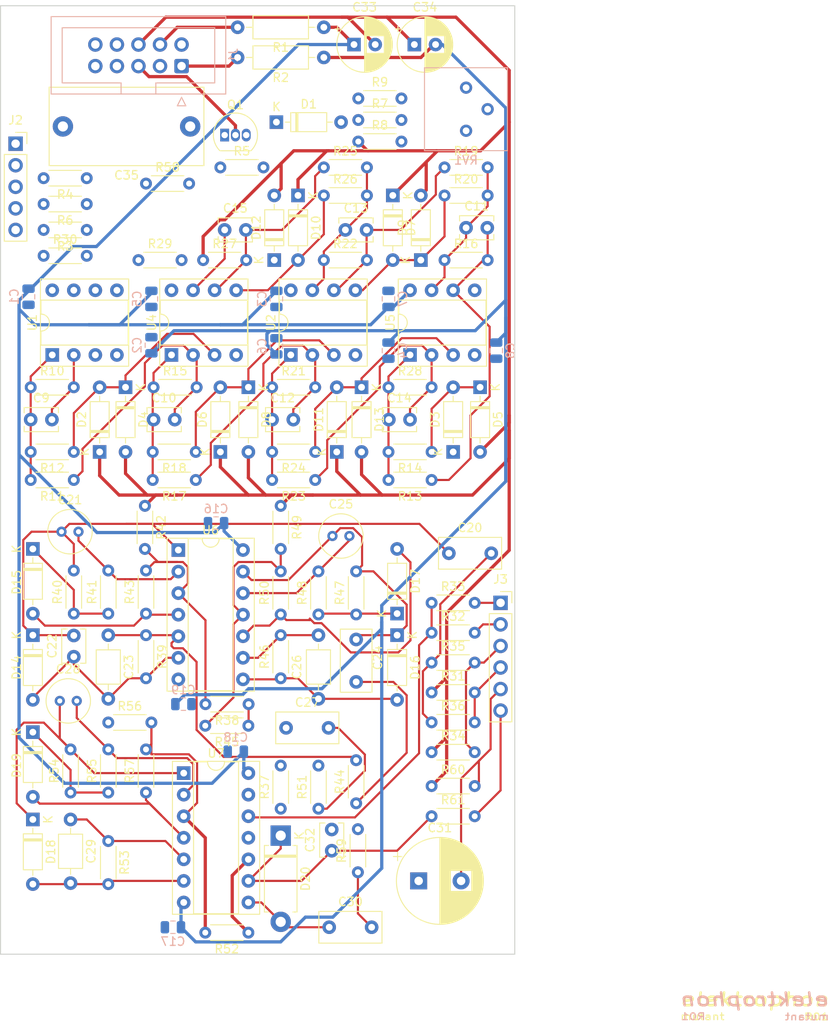
<source format=kicad_pcb>
(kicad_pcb (version 20171130) (host pcbnew 5.1.8-db9833491~88~ubuntu20.04.1)
  (title_block (title mutant) (date 2020-10-25) (rev 01) (comment 1 "PCB for main circuit") (comment 2 "low pass filter") (comment 4 "License CC BY 4.0 - Attribution 4.0 International"))
  (layers (0 F.Cu signal) (31 B.Cu signal) (34 B.Paste user hide) (35 F.Paste user hide) (36 B.SilkS user) (37 F.SilkS user) (38 B.Mask user) (39 F.Mask user) (44 Edge.Cuts user))
  (net 0 "")
  (net 1 GND)
  (net 2 -15V)
  (net 3 +15V)
  (net 4 "Net-(D1-Pad1)")
  (net 5 +5V)
  (net 6 IN_2)
  (net 7 IN_1)
  (net 8 "Net-(C15-Pad2)")
  (net 9 "Net-(C11-Pad2)")
  (net 10 "Net-(C15-Pad1)")
  (net 11 "Net-(C24-Pad2)")
  (net 12 "Net-(D3-Pad2)")
  (net 13 "Net-(D7-Pad2)")
  (net 14 CV)
  (net 15 VP)
  (net 16 VN)
  (net 17 "Net-(D2-Pad2)")
  (net 18 "Net-(D6-Pad2)")
  (net 19 "Net-(D10-Pad2)")
  (net 20 "Net-(D11-Pad2)")
  (net 21 "Net-(C22-Pad1)")
  (net 22 "Net-(C20-Pad1)")
  (net 23 "Net-(D15-Pad2)")
  (net 24 "Net-(D15-Pad1)")
  (net 25 "Net-(C26-Pad2)")
  (net 26 "Net-(C24-Pad1)")
  (net 27 "Net-(D17-Pad2)")
  (net 28 "Net-(D17-Pad1)")
  (net 29 "Net-(C29-Pad2)")
  (net 30 "Net-(C27-Pad1)")
  (net 31 "Net-(D19-Pad2)")
  (net 32 "Net-(D19-Pad1)")
  (net 33 "Net-(Q1-Pad1)")
  (net 34 "Net-(C9-Pad2)")
  (net 35 "Net-(C9-Pad1)")
  (net 36 "Net-(C10-Pad2)")
  (net 37 "Net-(C10-Pad1)")
  (net 38 "Net-(C11-Pad1)")
  (net 39 "Net-(C12-Pad2)")
  (net 40 "Net-(C12-Pad1)")
  (net 41 "Net-(C13-Pad2)")
  (net 42 "Net-(C13-Pad1)")
  (net 43 "Net-(C14-Pad2)")
  (net 44 "Net-(C14-Pad1)")
  (net 45 "Net-(C20-Pad2)")
  (net 46 "Net-(C21-Pad2)")
  (net 47 "Net-(C23-Pad1)")
  (net 48 "Net-(C25-Pad2)")
  (net 49 "Net-(C26-Pad1)")
  (net 50 "Net-(C27-Pad2)")
  (net 51 "Net-(C28-Pad2)")
  (net 52 "Net-(C29-Pad1)")
  (net 53 "Net-(C30-Pad1)")
  (net 54 OUT_1)
  (net 55 "Net-(C32-Pad1)")
  (net 56 CV_INITIAL)
  (net 57 OUT_2)
  (net 58 "Net-(R6-Pad1)")
  (net 59 "Net-(R7-Pad2)")
  (net 60 "Net-(R32-Pad1)")
  (net 61 "Net-(R37-Pad2)")
  (net 62 "Net-(R37-Pad1)")
  (net 63 "Net-(R38-Pad2)")
  (net 64 "Net-(R45-Pad2)")
  (net 65 "Net-(R52-Pad2)")
  (net 66 "Net-(U1-Pad6)")
  (net 67 "Net-(U7-Pad13)")
  (net 68 M_OUT)
  (net 69 M_IN_1)
  (net 70 M_IN_2)
  (net 71 M_CV_INITIAL)
  (net 72 M_CV)
  (net 73 "Net-(C30-Pad2)")
  (net 74 "Net-(C35-Pad2)")
  (net 75 "Net-(C35-Pad1)")
  (module Resistor_THT:R_Axial_DIN0204_L3.6mm_D1.6mm_P5.08mm_Horizontal (layer F.Cu) (at 42.545 46.355)
    (fp_text reference R58 (at 2.54 -1.92) (layer F.SilkS))
    (fp_text value 1.5k)
    (pad 2 thru_hole oval (at 5.08 0) (size 1.4 1.4) (drill 0.7) (layers *.Cu *.Mask) (net 75 "Net-(C35-Pad1)"))
    (pad 1 thru_hole circle (at 0 0) (size 1.4 1.4) (drill 0.7) (layers *.Cu *.Mask) (net 1 GND))
  )
  (module Resistor_THT:R_Axial_DIN0207_L6.3mm_D2.5mm_P10.16mm_Horizontal (layer F.Cu) (at 63.5 31.496 180)
    (fp_text reference R2 (at 5.08 -2.37) (layer F.SilkS))
    (fp_text value 10)
    (pad 2 thru_hole oval (at 10.16 0 180) (size 1.6 1.6) (drill 0.8) (layers *.Cu *.Mask) (net 16 VN))
    (pad 1 thru_hole circle (at 0 0 180) (size 1.6 1.6) (drill 0.8) (layers *.Cu *.Mask) (net 2 -15V))
  )
  (module Resistor_THT:R_Axial_DIN0207_L6.3mm_D2.5mm_P10.16mm_Horizontal (layer F.Cu) (at 63.5 27.94 180)
    (fp_text reference R1 (at 5.08 -2.37) (layer F.SilkS))
    (fp_text value 10)
    (pad 2 thru_hole oval (at 10.16 0 180) (size 1.6 1.6) (drill 0.8) (layers *.Cu *.Mask) (net 15 VP))
    (pad 1 thru_hole circle (at 0 0 180) (size 1.6 1.6) (drill 0.8) (layers *.Cu *.Mask) (net 3 +15V))
  )
  (module Capacitor_THT:C_Rect_L18.0mm_W9.0mm_P15.00mm_FKS3_FKP3 (layer F.Cu) (at 47.752 39.624 180)
    (fp_text reference C35 (at 7.5 -5.75) (layer F.SilkS))
    (fp_text value 220n)
    (pad 2 thru_hole circle (at 15 0 180) (size 2.4 2.4) (drill 1.2) (layers *.Cu *.Mask) (net 74 "Net-(C35-Pad2)"))
    (pad 1 thru_hole circle (at 0 0 180) (size 2.4 2.4) (drill 1.2) (layers *.Cu *.Mask) (net 75 "Net-(C35-Pad1)"))
  )
  (module Capacitor_THT:CP_Radial_D6.3mm_P2.50mm (layer F.Cu) (at 74.168 29.972)
    (fp_text reference C34 (at 1.25 -4.4) (layer F.SilkS))
    (fp_text value 22u)
    (pad 2 thru_hole circle (at 2.5 0) (size 1.6 1.6) (drill 0.8) (layers *.Cu *.Mask) (net 2 -15V))
    (pad 1 thru_hole rect (at 0 0) (size 1.6 1.6) (drill 0.8) (layers *.Cu *.Mask) (net 1 GND))
  )
  (module Capacitor_THT:CP_Radial_D6.3mm_P2.50mm (layer F.Cu) (at 67.056 29.972)
    (fp_text reference C33 (at 1.25 -4.4) (layer F.SilkS))
    (fp_text value 22u)
    (pad 2 thru_hole circle (at 2.5 0) (size 1.6 1.6) (drill 0.8) (layers *.Cu *.Mask) (net 1 GND))
    (pad 1 thru_hole rect (at 0 0) (size 1.6 1.6) (drill 0.8) (layers *.Cu *.Mask) (net 3 +15V))
  )
  (module Capacitor_THT:C_Axial_L3.8mm_D2.6mm_P7.50mm_Horizontal (layer F.Cu) (at 33.655 121.285 270)
    (fp_text reference C29 (at 3.75 -2.42 90) (layer F.SilkS))
    (fp_text value 30p)
    (pad 2 thru_hole oval (at 7.5 0 270) (size 1.6 1.6) (drill 0.8) (layers *.Cu *.Mask) (net 29 "Net-(C29-Pad2)"))
    (pad 1 thru_hole circle (at 0 0 270) (size 1.6 1.6) (drill 0.8) (layers *.Cu *.Mask) (net 52 "Net-(C29-Pad1)"))
  )
  (module Capacitor_THT:C_Axial_L3.8mm_D2.6mm_P7.50mm_Horizontal (layer F.Cu) (at 62.865 99.568 270)
    (fp_text reference C26 (at 3.75 2.54 90) (layer F.SilkS))
    (fp_text value 30p)
    (pad 2 thru_hole oval (at 7.5 0 270) (size 1.6 1.6) (drill 0.8) (layers *.Cu *.Mask) (net 25 "Net-(C26-Pad2)"))
    (pad 1 thru_hole circle (at 0 0 270) (size 1.6 1.6) (drill 0.8) (layers *.Cu *.Mask) (net 49 "Net-(C26-Pad1)"))
  )
  (module Capacitor_THT:C_Axial_L3.8mm_D2.6mm_P7.50mm_Horizontal (layer F.Cu) (at 38.1 99.568 270)
    (fp_text reference C23 (at 3.75 -2.42 90) (layer F.SilkS))
    (fp_text value 30p)
    (pad 2 thru_hole oval (at 7.5 0 270) (size 1.6 1.6) (drill 0.8) (layers *.Cu *.Mask) (net 21 "Net-(C22-Pad1)"))
    (pad 1 thru_hole circle (at 0 0 270) (size 1.6 1.6) (drill 0.8) (layers *.Cu *.Mask) (net 47 "Net-(C23-Pad1)"))
  )
  (module Diode_THT:D_DO-35_SOD27_P7.62mm_Horizontal (layer F.Cu) (at 57.912 39.116)
    (fp_text reference D1 (at 3.81 -2.12) (layer F.SilkS))
    (fp_text value 1N4148)
    (fp_text user K (at 0 -1.8) (layer F.SilkS))
    (pad 2 thru_hole oval (at 7.62 0) (size 1.6 1.6) (drill 0.8) (layers *.Cu *.Mask) (net 1 GND))
    (pad 1 thru_hole rect (at 0 0) (size 1.6 1.6) (drill 0.8) (layers *.Cu *.Mask) (net 4 "Net-(D1-Pad1)"))
  )
  (module Capacitor_THT:CP_Radial_D10.0mm_P5.00mm (layer F.Cu) (at 74.676 128.524)
    (fp_text reference C31 (at 2.5 -6.25) (layer F.SilkS))
    (fp_text value 47u)
    (pad 2 thru_hole circle (at 5 0) (size 2 2) (drill 1) (layers *.Cu *.Mask) (net 54 OUT_1))
    (pad 1 thru_hole rect (at 0 0) (size 2 2) (drill 1) (layers *.Cu *.Mask) (net 52 "Net-(C29-Pad1)"))
  )
  (module Capacitor_THT:C_Rect_L7.2mm_W3.5mm_P5.00mm_FKS2_FKP2_MKS2_MKP2 (layer F.Cu) (at 64.135 133.985)
    (fp_text reference C30 (at 2.5 -3) (layer F.SilkS))
    (fp_text value 47n)
    (pad 2 thru_hole circle (at 5 0) (size 1.6 1.6) (drill 0.8) (layers *.Cu *.Mask) (net 73 "Net-(C30-Pad2)"))
    (pad 1 thru_hole circle (at 0 0) (size 1.6 1.6) (drill 0.8) (layers *.Cu *.Mask) (net 53 "Net-(C30-Pad1)"))
  )
  (module Capacitor_THT:C_Rect_L7.2mm_W3.5mm_P5.00mm_FKS2_FKP2_MKS2_MKP2 (layer F.Cu) (at 59.055 110.49)
    (fp_text reference C27 (at 2.5 -3) (layer F.SilkS))
    (fp_text value 47n)
    (pad 2 thru_hole circle (at 5 0) (size 1.6 1.6) (drill 0.8) (layers *.Cu *.Mask) (net 50 "Net-(C27-Pad2)"))
    (pad 1 thru_hole circle (at 0 0) (size 1.6 1.6) (drill 0.8) (layers *.Cu *.Mask) (net 30 "Net-(C27-Pad1)"))
  )
  (module Capacitor_THT:C_Rect_L7.2mm_W3.5mm_P5.00mm_FKS2_FKP2_MKS2_MKP2 (layer F.Cu) (at 67.31 100.076 270)
    (fp_text reference C24 (at 2.159 -2.54 90) (layer F.SilkS))
    (fp_text value 47n)
    (pad 2 thru_hole circle (at 5 0 270) (size 1.6 1.6) (drill 0.8) (layers *.Cu *.Mask) (net 11 "Net-(C24-Pad2)"))
    (pad 1 thru_hole circle (at 0 0 270) (size 1.6 1.6) (drill 0.8) (layers *.Cu *.Mask) (net 26 "Net-(C24-Pad1)"))
  )
  (module Capacitor_THT:C_Rect_L7.2mm_W3.5mm_P5.00mm_FKS2_FKP2_MKS2_MKP2 (layer F.Cu) (at 78.232 89.916)
    (fp_text reference C20 (at 2.5 -3) (layer F.SilkS))
    (fp_text value 47n)
    (pad 2 thru_hole circle (at 5 0) (size 1.6 1.6) (drill 0.8) (layers *.Cu *.Mask) (net 45 "Net-(C20-Pad2)"))
    (pad 1 thru_hole circle (at 0 0) (size 1.6 1.6) (drill 0.8) (layers *.Cu *.Mask) (net 22 "Net-(C20-Pad1)"))
  )
  (module Diode_THT:D_DO-35_SOD27_P7.62mm_Horizontal (layer F.Cu) (at 57.658 55.372 90)
    (fp_text reference D12 (at 3.81 -2.12 90) (layer F.SilkS))
    (fp_text value 1N4148)
    (fp_text user K (at 0 -1.8 90) (layer F.SilkS))
    (pad 2 thru_hole oval (at 7.62 0 90) (size 1.6 1.6) (drill 0.8) (layers *.Cu *.Mask) (net 1 GND))
    (pad 1 thru_hole rect (at 0 0 90) (size 1.6 1.6) (drill 0.8) (layers *.Cu *.Mask) (net 19 "Net-(D10-Pad2)"))
  )
  (module Diode_THT:D_DO-35_SOD27_P7.62mm_Horizontal (layer F.Cu) (at 60.458 47.752 270)
    (fp_text reference D10 (at 3.81 -2.12 90) (layer F.SilkS))
    (fp_text value 1N4148)
    (fp_text user K (at 0 -1.8 90) (layer F.SilkS))
    (pad 2 thru_hole oval (at 7.62 0 270) (size 1.6 1.6) (drill 0.8) (layers *.Cu *.Mask) (net 19 "Net-(D10-Pad2)"))
    (pad 1 thru_hole rect (at 0 0 270) (size 1.6 1.6) (drill 0.8) (layers *.Cu *.Mask) (net 1 GND))
  )
  (module Diode_THT:D_DO-35_SOD27_P7.62mm_Horizontal (layer F.Cu) (at 74.93 55.372 90)
    (fp_text reference D9 (at 3.81 -2.12 90) (layer F.SilkS))
    (fp_text value 1N4148)
    (fp_text user K (at 0 -1.8 90) (layer F.SilkS))
    (pad 2 thru_hole oval (at 7.62 0 90) (size 1.6 1.6) (drill 0.8) (layers *.Cu *.Mask) (net 1 GND))
    (pad 1 thru_hole rect (at 0 0 90) (size 1.6 1.6) (drill 0.8) (layers *.Cu *.Mask) (net 13 "Net-(D7-Pad2)"))
  )
  (module Diode_THT:D_DO-35_SOD27_P7.62mm_Horizontal (layer F.Cu) (at 71.628 47.752 270)
    (fp_text reference D7 (at 3.81 -2.12 90) (layer F.SilkS))
    (fp_text value 1N4148)
    (fp_text user K (at 0 -1.8 90) (layer F.SilkS))
    (pad 2 thru_hole oval (at 7.62 0 270) (size 1.6 1.6) (drill 0.8) (layers *.Cu *.Mask) (net 13 "Net-(D7-Pad2)"))
    (pad 1 thru_hole rect (at 0 0 270) (size 1.6 1.6) (drill 0.8) (layers *.Cu *.Mask) (net 1 GND))
  )
  (module Diode_THT:D_DO-35_SOD27_P7.62mm_Horizontal (layer F.Cu) (at 81.915 70.358 270)
    (fp_text reference D5 (at 3.81 -2.12 90) (layer F.SilkS))
    (fp_text value 1N4148)
    (fp_text user K (at 0 -1.8 90) (layer F.SilkS))
    (pad 1 thru_hole rect (at 0 0 270) (size 1.6 1.6) (drill 0.8) (layers *.Cu *.Mask) (net 12 "Net-(D3-Pad2)"))
    (pad 2 thru_hole oval (at 7.62 0 270) (size 1.6 1.6) (drill 0.8) (layers *.Cu *.Mask) (net 1 GND))
  )
  (module Diode_THT:D_DO-35_SOD27_P7.62mm_Horizontal (layer F.Cu) (at 78.74 77.978 90)
    (fp_text reference D3 (at 3.81 -2.12 90) (layer F.SilkS))
    (fp_text value 1N4148)
    (fp_text user K (at 0 -1.8 90) (layer F.SilkS))
    (pad 1 thru_hole rect (at 0 0 90) (size 1.6 1.6) (drill 0.8) (layers *.Cu *.Mask) (net 1 GND))
    (pad 2 thru_hole oval (at 7.62 0 90) (size 1.6 1.6) (drill 0.8) (layers *.Cu *.Mask) (net 12 "Net-(D3-Pad2)"))
  )
  (module Diode_THT:D_DO-35_SOD27_P7.62mm_Horizontal (layer F.Cu) (at 67.945 70.358 270)
    (fp_text reference D13 (at 3.81 -2.12 90) (layer F.SilkS))
    (fp_text value 1N4148)
    (fp_text user K (at 0 -1.8 90) (layer F.SilkS))
    (pad 1 thru_hole rect (at 0 0 270) (size 1.6 1.6) (drill 0.8) (layers *.Cu *.Mask) (net 20 "Net-(D11-Pad2)"))
    (pad 2 thru_hole oval (at 7.62 0 270) (size 1.6 1.6) (drill 0.8) (layers *.Cu *.Mask) (net 1 GND))
  )
  (module Diode_THT:D_DO-35_SOD27_P7.62mm_Horizontal (layer F.Cu) (at 65.024 77.978 90)
    (fp_text reference D11 (at 3.81 -2.12 90) (layer F.SilkS))
    (fp_text value 1N4148)
    (fp_text user K (at 0 -1.8 90) (layer F.SilkS))
    (pad 1 thru_hole rect (at 0 0 90) (size 1.6 1.6) (drill 0.8) (layers *.Cu *.Mask) (net 1 GND))
    (pad 2 thru_hole oval (at 7.62 0 90) (size 1.6 1.6) (drill 0.8) (layers *.Cu *.Mask) (net 20 "Net-(D11-Pad2)"))
  )
  (module Capacitor_THT:C_Disc_D3.8mm_W2.6mm_P2.50mm (layer F.Cu) (at 64.431325 124.968 90)
    (fp_text reference C32 (at 1.25 -2.55 90) (layer F.SilkS))
    (fp_text value 30p)
    (pad 2 thru_hole circle (at 2.5 0 90) (size 1.6 1.6) (drill 0.8) (layers *.Cu *.Mask) (net 53 "Net-(C30-Pad1)"))
    (pad 1 thru_hole circle (at 0 0 90) (size 1.6 1.6) (drill 0.8) (layers *.Cu *.Mask) (net 55 "Net-(C32-Pad1)"))
  )
  (module Capacitor_THT:C_Disc_D3.8mm_W2.6mm_P2.50mm (layer F.Cu) (at 34.036 102.108 90)
    (fp_text reference C22 (at 1.25 -2.55 90) (layer F.SilkS))
    (fp_text value 47p)
    (pad 2 thru_hole circle (at 2.5 0 90) (size 1.6 1.6) (drill 0.8) (layers *.Cu *.Mask) (net 22 "Net-(C20-Pad1)"))
    (pad 1 thru_hole circle (at 0 0 90) (size 1.6 1.6) (drill 0.8) (layers *.Cu *.Mask) (net 21 "Net-(C22-Pad1)"))
  )
  (module Diode_THT:D_DO-35_SOD27_P7.62mm_Horizontal (layer F.Cu) (at 54.61 70.358 270)
    (fp_text reference D8 (at 3.81 -2.12 90) (layer F.SilkS))
    (fp_text value 1N4148)
    (fp_text user K (at 0 -1.8 90) (layer F.SilkS))
    (pad 1 thru_hole rect (at 0 0 270) (size 1.6 1.6) (drill 0.8) (layers *.Cu *.Mask) (net 18 "Net-(D6-Pad2)"))
    (pad 2 thru_hole oval (at 7.62 0 270) (size 1.6 1.6) (drill 0.8) (layers *.Cu *.Mask) (net 1 GND))
  )
  (module Diode_THT:D_DO-35_SOD27_P7.62mm_Horizontal (layer F.Cu) (at 51.308 77.978 90)
    (fp_text reference D6 (at 3.81 -2.12 90) (layer F.SilkS))
    (fp_text value 1N4148)
    (fp_text user K (at 0 -1.8 90) (layer F.SilkS))
    (pad 1 thru_hole rect (at 0 0 90) (size 1.6 1.6) (drill 0.8) (layers *.Cu *.Mask) (net 1 GND))
    (pad 2 thru_hole oval (at 7.62 0 90) (size 1.6 1.6) (drill 0.8) (layers *.Cu *.Mask) (net 18 "Net-(D6-Pad2)"))
  )
  (module Diode_THT:D_DO-35_SOD27_P7.62mm_Horizontal (layer F.Cu) (at 40.132 70.358 270)
    (fp_text reference D4 (at 3.81 -2.12 90) (layer F.SilkS))
    (fp_text value 1N4148)
    (fp_text user K (at 0 -1.8 90) (layer F.SilkS))
    (pad 1 thru_hole rect (at 0 0 270) (size 1.6 1.6) (drill 0.8) (layers *.Cu *.Mask) (net 17 "Net-(D2-Pad2)"))
    (pad 2 thru_hole oval (at 7.62 0 270) (size 1.6 1.6) (drill 0.8) (layers *.Cu *.Mask) (net 1 GND))
  )
  (module Diode_THT:D_DO-35_SOD27_P7.62mm_Horizontal (layer F.Cu) (at 37.084 77.978 90)
    (fp_text reference D2 (at 3.81 -2.12 90) (layer F.SilkS))
    (fp_text value 1N4148)
    (fp_text user K (at 0 -1.8 90) (layer F.SilkS))
    (pad 1 thru_hole rect (at 0 0 90) (size 1.6 1.6) (drill 0.8) (layers *.Cu *.Mask) (net 1 GND))
    (pad 2 thru_hole oval (at 7.62 0 90) (size 1.6 1.6) (drill 0.8) (layers *.Cu *.Mask) (net 17 "Net-(D2-Pad2)"))
  )
  (module Capacitor_THT:C_Disc_D3.8mm_W2.6mm_P2.50mm (layer F.Cu) (at 51.816 51.816)
    (fp_text reference C15 (at 1.25 -2.55) (layer F.SilkS))
    (fp_text value 47p)
    (pad 2 thru_hole circle (at 2.5 0) (size 1.6 1.6) (drill 0.8) (layers *.Cu *.Mask) (net 8 "Net-(C15-Pad2)"))
    (pad 1 thru_hole circle (at 0 0) (size 1.6 1.6) (drill 0.8) (layers *.Cu *.Mask) (net 10 "Net-(C15-Pad1)"))
  )
  (module Capacitor_THT:C_Disc_D3.8mm_W2.6mm_P2.50mm (layer F.Cu) (at 71.16 74.168)
    (fp_text reference C14 (at 1.25 -2.55) (layer F.SilkS))
    (fp_text value 47p)
    (pad 2 thru_hole circle (at 2.5 0) (size 1.6 1.6) (drill 0.8) (layers *.Cu *.Mask) (net 43 "Net-(C14-Pad2)"))
    (pad 1 thru_hole circle (at 0 0) (size 1.6 1.6) (drill 0.8) (layers *.Cu *.Mask) (net 44 "Net-(C14-Pad1)"))
  )
  (module Capacitor_THT:C_Disc_D3.8mm_W2.6mm_P2.50mm (layer F.Cu) (at 66.04 51.816)
    (fp_text reference C13 (at 1.25 -2.55) (layer F.SilkS))
    (fp_text value 47p)
    (pad 2 thru_hole circle (at 2.5 0) (size 1.6 1.6) (drill 0.8) (layers *.Cu *.Mask) (net 41 "Net-(C13-Pad2)"))
    (pad 1 thru_hole circle (at 0 0) (size 1.6 1.6) (drill 0.8) (layers *.Cu *.Mask) (net 42 "Net-(C13-Pad1)"))
  )
  (module Capacitor_THT:C_Disc_D3.8mm_W2.6mm_P2.50mm (layer F.Cu) (at 57.404 74.168)
    (fp_text reference C12 (at 1.25 -2.55) (layer F.SilkS))
    (fp_text value 47p)
    (pad 2 thru_hole circle (at 2.5 0) (size 1.6 1.6) (drill 0.8) (layers *.Cu *.Mask) (net 39 "Net-(C12-Pad2)"))
    (pad 1 thru_hole circle (at 0 0) (size 1.6 1.6) (drill 0.8) (layers *.Cu *.Mask) (net 40 "Net-(C12-Pad1)"))
  )
  (module Capacitor_THT:C_Disc_D3.8mm_W2.6mm_P2.50mm (layer F.Cu) (at 80.264 51.562)
    (fp_text reference C11 (at 1.25 -2.55) (layer F.SilkS))
    (fp_text value 47p)
    (pad 2 thru_hole circle (at 2.5 0) (size 1.6 1.6) (drill 0.8) (layers *.Cu *.Mask) (net 9 "Net-(C11-Pad2)"))
    (pad 1 thru_hole circle (at 0 0) (size 1.6 1.6) (drill 0.8) (layers *.Cu *.Mask) (net 38 "Net-(C11-Pad1)"))
  )
  (module Capacitor_THT:C_Disc_D3.8mm_W2.6mm_P2.50mm (layer F.Cu) (at 43.434 74.168)
    (fp_text reference C10 (at 1.25 -2.55) (layer F.SilkS))
    (fp_text value 47p)
    (pad 2 thru_hole circle (at 2.5 0) (size 1.6 1.6) (drill 0.8) (layers *.Cu *.Mask) (net 36 "Net-(C10-Pad2)"))
    (pad 1 thru_hole circle (at 0 0) (size 1.6 1.6) (drill 0.8) (layers *.Cu *.Mask) (net 37 "Net-(C10-Pad1)"))
  )
  (module Capacitor_THT:C_Disc_D3.8mm_W2.6mm_P2.50mm (layer F.Cu) (at 28.956 74.165333)
    (fp_text reference C9 (at 1.25 -2.55) (layer F.SilkS))
    (fp_text value 150p)
    (pad 2 thru_hole circle (at 2.5 0) (size 1.6 1.6) (drill 0.8) (layers *.Cu *.Mask) (net 34 "Net-(C9-Pad2)"))
    (pad 1 thru_hole circle (at 0 0) (size 1.6 1.6) (drill 0.8) (layers *.Cu *.Mask) (net 35 "Net-(C9-Pad1)"))
  )
  (module Diode_THT:D_DO-35_SOD27_P7.62mm_Horizontal (layer F.Cu) (at 29.21 110.998 270)
    (fp_text reference D19 (at 3.937 1.905 90) (layer F.SilkS))
    (fp_text value 1N4148)
    (fp_text user K (at 0 1.905 90) (layer F.SilkS))
    (pad 2 thru_hole oval (at 7.62 0 270) (size 1.6 1.6) (drill 0.8) (layers *.Cu *.Mask) (net 31 "Net-(D19-Pad2)"))
    (pad 1 thru_hole rect (at 0 0 270) (size 1.6 1.6) (drill 0.8) (layers *.Cu *.Mask) (net 32 "Net-(D19-Pad1)"))
  )
  (module Diode_THT:D_DO-35_SOD27_P7.62mm_Horizontal (layer F.Cu) (at 29.21 121.285 270)
    (fp_text reference D18 (at 3.81 -2.12 90) (layer F.SilkS))
    (fp_text value 1N4148)
    (fp_text user K (at 0 -1.8 90) (layer F.SilkS))
    (pad 2 thru_hole oval (at 7.62 0 270) (size 1.6 1.6) (drill 0.8) (layers *.Cu *.Mask) (net 29 "Net-(C29-Pad2)"))
    (pad 1 thru_hole rect (at 0 0 270) (size 1.6 1.6) (drill 0.8) (layers *.Cu *.Mask) (net 30 "Net-(C27-Pad1)"))
  )
  (module Capacitor_THT:C_Radial_D5.0mm_H5.0mm_P2.00mm (layer F.Cu) (at 32.385 107.315)
    (fp_text reference C28 (at 1 -3.75) (layer F.SilkS))
    (fp_text value "1u (BP)")
    (pad 2 thru_hole circle (at 2 0) (size 1.2 1.2) (drill 0.6) (layers *.Cu *.Mask) (net 51 "Net-(C28-Pad2)"))
    (pad 1 thru_hole circle (at 0 0) (size 1.2 1.2) (drill 0.6) (layers *.Cu *.Mask) (net 30 "Net-(C27-Pad1)"))
  )
  (module Diode_THT:D_DO-35_SOD27_P7.62mm_Horizontal (layer F.Cu) (at 72.136 97.028 90)
    (fp_text reference D17 (at 3.81 2.159 90) (layer F.SilkS))
    (fp_text value 1N4148)
    (fp_text user K (at 0 -1.8 90) (layer F.SilkS))
    (pad 2 thru_hole oval (at 7.62 0 90) (size 1.6 1.6) (drill 0.8) (layers *.Cu *.Mask) (net 27 "Net-(D17-Pad2)"))
    (pad 1 thru_hole rect (at 0 0 90) (size 1.6 1.6) (drill 0.8) (layers *.Cu *.Mask) (net 28 "Net-(D17-Pad1)"))
  )
  (module Diode_THT:D_DO-35_SOD27_P7.62mm_Horizontal (layer F.Cu) (at 72.136 99.568 270)
    (fp_text reference D16 (at 3.81 -2.12 90) (layer F.SilkS))
    (fp_text value 1N4148)
    (fp_text user K (at 0 -1.8 90) (layer F.SilkS))
    (pad 2 thru_hole oval (at 7.62 0 270) (size 1.6 1.6) (drill 0.8) (layers *.Cu *.Mask) (net 25 "Net-(C26-Pad2)"))
    (pad 1 thru_hole rect (at 0 0 270) (size 1.6 1.6) (drill 0.8) (layers *.Cu *.Mask) (net 26 "Net-(C24-Pad1)"))
  )
  (module Capacitor_THT:C_Radial_D5.0mm_H5.0mm_P2.00mm (layer F.Cu) (at 64.516 87.884)
    (fp_text reference C25 (at 1 -3.75) (layer F.SilkS))
    (fp_text value "1u (BP)")
    (pad 2 thru_hole circle (at 2 0) (size 1.2 1.2) (drill 0.6) (layers *.Cu *.Mask) (net 48 "Net-(C25-Pad2)"))
    (pad 1 thru_hole circle (at 0 0) (size 1.2 1.2) (drill 0.6) (layers *.Cu *.Mask) (net 26 "Net-(C24-Pad1)"))
  )
  (module Diode_THT:D_DO-35_SOD27_P7.62mm_Horizontal (layer F.Cu) (at 29.21 89.408 270)
    (fp_text reference D15 (at 3.937 1.905 90) (layer F.SilkS))
    (fp_text value 1N4148)
    (fp_text user K (at 0 1.905 90) (layer F.SilkS))
    (pad 2 thru_hole oval (at 7.62 0 270) (size 1.6 1.6) (drill 0.8) (layers *.Cu *.Mask) (net 23 "Net-(D15-Pad2)"))
    (pad 1 thru_hole rect (at 0 0 270) (size 1.6 1.6) (drill 0.8) (layers *.Cu *.Mask) (net 24 "Net-(D15-Pad1)"))
  )
  (module Diode_THT:D_DO-35_SOD27_P7.62mm_Horizontal (layer F.Cu) (at 29.21 99.568 270)
    (fp_text reference D14 (at 3.81 1.905 90) (layer F.SilkS))
    (fp_text value 1N4148)
    (fp_text user K (at 0 1.905 90) (layer F.SilkS))
    (pad 2 thru_hole oval (at 7.62 0 270) (size 1.6 1.6) (drill 0.8) (layers *.Cu *.Mask) (net 21 "Net-(C22-Pad1)"))
    (pad 1 thru_hole rect (at 0 0 270) (size 1.6 1.6) (drill 0.8) (layers *.Cu *.Mask) (net 22 "Net-(C20-Pad1)"))
  )
  (module Capacitor_THT:C_Radial_D5.0mm_H7.0mm_P2.00mm (layer F.Cu) (at 32.588475 87.376)
    (fp_text reference C21 (at 1 -3.75) (layer F.SilkS))
    (fp_text value "1u (BP)")
    (pad 2 thru_hole circle (at 2 0) (size 1.2 1.2) (drill 0.6) (layers *.Cu *.Mask) (net 46 "Net-(C21-Pad2)"))
    (pad 1 thru_hole circle (at 0 0) (size 1.2 1.2) (drill 0.6) (layers *.Cu *.Mask) (net 22 "Net-(C20-Pad1)"))
  )
  (module Package_DIP:DIP-14_W7.62mm_Socket (layer F.Cu) (at 46.99 115.824)
    (fp_text reference U7 (at 3.81 -2.33) (layer F.SilkS))
    (fp_text value LM3900)
    (pad 14 thru_hole oval (at 7.62 0) (size 1.6 1.6) (drill 0.8) (layers *.Cu *.Mask) (net 3 +15V))
    (pad 7 thru_hole oval (at 0 15.24) (size 1.6 1.6) (drill 0.8) (layers *.Cu *.Mask) (net 2 -15V))
    (pad 13 thru_hole oval (at 7.62 2.54) (size 1.6 1.6) (drill 0.8) (layers *.Cu *.Mask) (net 67 "Net-(U7-Pad13)"))
    (pad 6 thru_hole oval (at 0 12.7) (size 1.6 1.6) (drill 0.8) (layers *.Cu *.Mask) (net 29 "Net-(C29-Pad2)"))
    (pad 12 thru_hole oval (at 7.62 5.08) (size 1.6 1.6) (drill 0.8) (layers *.Cu *.Mask) (net 60 "Net-(R32-Pad1)"))
    (pad 5 thru_hole oval (at 0 10.16) (size 1.6 1.6) (drill 0.8) (layers *.Cu *.Mask) (net 52 "Net-(C29-Pad1)"))
    (pad 11 thru_hole oval (at 7.62 7.62) (size 1.6 1.6) (drill 0.8) (layers *.Cu *.Mask) (net 61 "Net-(R37-Pad2)"))
    (pad 4 thru_hole oval (at 0 7.62) (size 1.6 1.6) (drill 0.8) (layers *.Cu *.Mask) (net 31 "Net-(D19-Pad2)"))
    (pad 10 thru_hole oval (at 7.62 10.16) (size 1.6 1.6) (drill 0.8) (layers *.Cu *.Mask) (net 62 "Net-(R37-Pad1)"))
    (pad 3 thru_hole oval (at 0 5.08) (size 1.6 1.6) (drill 0.8) (layers *.Cu *.Mask) (net 65 "Net-(R52-Pad2)"))
    (pad 9 thru_hole oval (at 7.62 12.7) (size 1.6 1.6) (drill 0.8) (layers *.Cu *.Mask) (net 55 "Net-(C32-Pad1)"))
    (pad 2 thru_hole oval (at 0 2.54) (size 1.6 1.6) (drill 0.8) (layers *.Cu *.Mask) (net 51 "Net-(C28-Pad2)"))
    (pad 8 thru_hole oval (at 7.62 15.24) (size 1.6 1.6) (drill 0.8) (layers *.Cu *.Mask) (net 53 "Net-(C30-Pad1)"))
    (pad 1 thru_hole rect (at 0 0) (size 1.6 1.6) (drill 0.8) (layers *.Cu *.Mask) (net 30 "Net-(C27-Pad1)"))
  )
  (module Package_DIP:DIP-14_W7.62mm_Socket (layer F.Cu) (at 46.355 89.535)
    (fp_text reference U6 (at 3.81 -2.33) (layer F.SilkS))
    (fp_text value LM3900)
    (pad 14 thru_hole oval (at 7.62 0) (size 1.6 1.6) (drill 0.8) (layers *.Cu *.Mask) (net 3 +15V))
    (pad 7 thru_hole oval (at 0 15.24) (size 1.6 1.6) (drill 0.8) (layers *.Cu *.Mask) (net 2 -15V))
    (pad 13 thru_hole oval (at 7.62 2.54) (size 1.6 1.6) (drill 0.8) (layers *.Cu *.Mask) (net 26 "Net-(C24-Pad1)"))
    (pad 6 thru_hole oval (at 0 12.7) (size 1.6 1.6) (drill 0.8) (layers *.Cu *.Mask) (net 21 "Net-(C22-Pad1)"))
    (pad 12 thru_hole oval (at 7.62 5.08) (size 1.6 1.6) (drill 0.8) (layers *.Cu *.Mask) (net 48 "Net-(C25-Pad2)"))
    (pad 5 thru_hole oval (at 0 10.16) (size 1.6 1.6) (drill 0.8) (layers *.Cu *.Mask) (net 47 "Net-(C23-Pad1)"))
    (pad 11 thru_hole oval (at 7.62 7.62) (size 1.6 1.6) (drill 0.8) (layers *.Cu *.Mask) (net 64 "Net-(R45-Pad2)"))
    (pad 4 thru_hole oval (at 0 7.62) (size 1.6 1.6) (drill 0.8) (layers *.Cu *.Mask) (net 23 "Net-(D15-Pad2)"))
    (pad 10 thru_hole oval (at 7.62 10.16) (size 1.6 1.6) (drill 0.8) (layers *.Cu *.Mask) (net 27 "Net-(D17-Pad2)"))
    (pad 3 thru_hole oval (at 0 5.08) (size 1.6 1.6) (drill 0.8) (layers *.Cu *.Mask) (net 63 "Net-(R38-Pad2)"))
    (pad 9 thru_hole oval (at 7.62 12.7) (size 1.6 1.6) (drill 0.8) (layers *.Cu *.Mask) (net 49 "Net-(C26-Pad1)"))
    (pad 2 thru_hole oval (at 0 2.54) (size 1.6 1.6) (drill 0.8) (layers *.Cu *.Mask) (net 46 "Net-(C21-Pad2)"))
    (pad 8 thru_hole oval (at 7.62 15.24) (size 1.6 1.6) (drill 0.8) (layers *.Cu *.Mask) (net 25 "Net-(C26-Pad2)"))
    (pad 1 thru_hole rect (at 0 0) (size 1.6 1.6) (drill 0.8) (layers *.Cu *.Mask) (net 22 "Net-(C20-Pad1)"))
  )
  (module Package_DIP:DIP-8_W7.62mm_Socket (layer F.Cu) (at 73.66 66.548 90)
    (fp_text reference U5 (at 3.81 -2.33 90) (layer F.SilkS))
    (fp_text value TL072)
    (pad 8 thru_hole oval (at 7.62 0 90) (size 1.6 1.6) (drill 0.8) (layers *.Cu *.Mask) (net 3 +15V))
    (pad 4 thru_hole oval (at 0 7.62 90) (size 1.6 1.6) (drill 0.8) (layers *.Cu *.Mask) (net 2 -15V))
    (pad 7 thru_hole oval (at 7.62 2.54 90) (size 1.6 1.6) (drill 0.8) (layers *.Cu *.Mask) (net 38 "Net-(C11-Pad1)"))
    (pad 3 thru_hole oval (at 0 5.08 90) (size 1.6 1.6) (drill 0.8) (layers *.Cu *.Mask) (net 20 "Net-(D11-Pad2)"))
    (pad 6 thru_hole oval (at 7.62 5.08 90) (size 1.6 1.6) (drill 0.8) (layers *.Cu *.Mask) (net 9 "Net-(C11-Pad2)"))
    (pad 2 thru_hole oval (at 0 2.54 90) (size 1.6 1.6) (drill 0.8) (layers *.Cu *.Mask) (net 43 "Net-(C14-Pad2)"))
    (pad 5 thru_hole oval (at 7.62 7.62 90) (size 1.6 1.6) (drill 0.8) (layers *.Cu *.Mask) (net 12 "Net-(D3-Pad2)"))
    (pad 1 thru_hole rect (at 0 0 90) (size 1.6 1.6) (drill 0.8) (layers *.Cu *.Mask) (net 44 "Net-(C14-Pad1)"))
  )
  (module Package_DIP:DIP-8_W7.62mm_Socket (layer F.Cu) (at 45.550666 66.548 90)
    (fp_text reference U4 (at 3.81 -2.33 90) (layer F.SilkS))
    (fp_text value TL072)
    (pad 8 thru_hole oval (at 7.62 0 90) (size 1.6 1.6) (drill 0.8) (layers *.Cu *.Mask) (net 3 +15V))
    (pad 4 thru_hole oval (at 0 7.62 90) (size 1.6 1.6) (drill 0.8) (layers *.Cu *.Mask) (net 2 -15V))
    (pad 7 thru_hole oval (at 7.62 2.54 90) (size 1.6 1.6) (drill 0.8) (layers *.Cu *.Mask) (net 10 "Net-(C15-Pad1)"))
    (pad 3 thru_hole oval (at 0 5.08 90) (size 1.6 1.6) (drill 0.8) (layers *.Cu *.Mask) (net 17 "Net-(D2-Pad2)"))
    (pad 6 thru_hole oval (at 7.62 5.08 90) (size 1.6 1.6) (drill 0.8) (layers *.Cu *.Mask) (net 8 "Net-(C15-Pad2)"))
    (pad 2 thru_hole oval (at 0 2.54 90) (size 1.6 1.6) (drill 0.8) (layers *.Cu *.Mask) (net 36 "Net-(C10-Pad2)"))
    (pad 5 thru_hole oval (at 7.62 7.62 90) (size 1.6 1.6) (drill 0.8) (layers *.Cu *.Mask) (net 19 "Net-(D10-Pad2)"))
    (pad 1 thru_hole rect (at 0 0 90) (size 1.6 1.6) (drill 0.8) (layers *.Cu *.Mask) (net 37 "Net-(C10-Pad1)"))
  )
  (module Package_DIP:DIP-8_W7.62mm_Socket (layer F.Cu) (at 59.605332 66.548 90)
    (fp_text reference U2 (at 3.81 -2.33 90) (layer F.SilkS))
    (fp_text value TL072)
    (pad 8 thru_hole oval (at 7.62 0 90) (size 1.6 1.6) (drill 0.8) (layers *.Cu *.Mask) (net 3 +15V))
    (pad 4 thru_hole oval (at 0 7.62 90) (size 1.6 1.6) (drill 0.8) (layers *.Cu *.Mask) (net 2 -15V))
    (pad 7 thru_hole oval (at 7.62 2.54 90) (size 1.6 1.6) (drill 0.8) (layers *.Cu *.Mask) (net 42 "Net-(C13-Pad1)"))
    (pad 3 thru_hole oval (at 0 5.08 90) (size 1.6 1.6) (drill 0.8) (layers *.Cu *.Mask) (net 18 "Net-(D6-Pad2)"))
    (pad 6 thru_hole oval (at 7.62 5.08 90) (size 1.6 1.6) (drill 0.8) (layers *.Cu *.Mask) (net 41 "Net-(C13-Pad2)"))
    (pad 2 thru_hole oval (at 0 2.54 90) (size 1.6 1.6) (drill 0.8) (layers *.Cu *.Mask) (net 39 "Net-(C12-Pad2)"))
    (pad 5 thru_hole oval (at 7.62 7.62 90) (size 1.6 1.6) (drill 0.8) (layers *.Cu *.Mask) (net 13 "Net-(D7-Pad2)"))
    (pad 1 thru_hole rect (at 0 0 90) (size 1.6 1.6) (drill 0.8) (layers *.Cu *.Mask) (net 40 "Net-(C12-Pad1)"))
  )
  (module Package_DIP:DIP-8_W7.62mm_Socket (layer F.Cu) (at 31.496 66.548 90)
    (fp_text reference U1 (at 3.81 -2.33 90) (layer F.SilkS))
    (fp_text value TL072)
    (pad 8 thru_hole oval (at 7.62 0 90) (size 1.6 1.6) (drill 0.8) (layers *.Cu *.Mask) (net 3 +15V))
    (pad 4 thru_hole oval (at 0 7.62 90) (size 1.6 1.6) (drill 0.8) (layers *.Cu *.Mask) (net 2 -15V))
    (pad 7 thru_hole oval (at 7.62 2.54 90) (size 1.6 1.6) (drill 0.8) (layers *.Cu *.Mask) (net 66 "Net-(U1-Pad6)"))
    (pad 3 thru_hole oval (at 0 5.08 90) (size 1.6 1.6) (drill 0.8) (layers *.Cu *.Mask) (net 1 GND))
    (pad 6 thru_hole oval (at 7.62 5.08 90) (size 1.6 1.6) (drill 0.8) (layers *.Cu *.Mask) (net 66 "Net-(U1-Pad6)"))
    (pad 2 thru_hole oval (at 0 2.54 90) (size 1.6 1.6) (drill 0.8) (layers *.Cu *.Mask) (net 34 "Net-(C9-Pad2)"))
    (pad 5 thru_hole oval (at 7.62 7.62 90) (size 1.6 1.6) (drill 0.8) (layers *.Cu *.Mask) (net 1 GND))
    (pad 1 thru_hole rect (at 0 0 90) (size 1.6 1.6) (drill 0.8) (layers *.Cu *.Mask) (net 35 "Net-(C9-Pad1)"))
  )
  (module Resistor_THT:R_Axial_DIN0204_L3.6mm_D1.6mm_P5.08mm_Horizontal (layer F.Cu) (at 76.2 120.904)
    (fp_text reference R61 (at 2.54 -1.92) (layer F.SilkS))
    (fp_text value 3.3k)
    (pad 2 thru_hole oval (at 5.08 0) (size 1.4 1.4) (drill 0.7) (layers *.Cu *.Mask) (net 57 OUT_2))
    (pad 1 thru_hole circle (at 0 0) (size 1.4 1.4) (drill 0.7) (layers *.Cu *.Mask) (net 55 "Net-(C32-Pad1)"))
  )
  (module Resistor_THT:R_Axial_DIN0204_L3.6mm_D1.6mm_P5.08mm_Horizontal (layer F.Cu) (at 76.2 117.348)
    (fp_text reference R60 (at 2.54 -1.92) (layer F.SilkS))
    (fp_text value 100k)
    (pad 2 thru_hole oval (at 5.08 0) (size 1.4 1.4) (drill 0.7) (layers *.Cu *.Mask) (net 54 OUT_1))
    (pad 1 thru_hole circle (at 0 0) (size 1.4 1.4) (drill 0.7) (layers *.Cu *.Mask) (net 1 GND))
  )
  (module Resistor_THT:R_Axial_DIN0204_L3.6mm_D1.6mm_P5.08mm_Horizontal (layer F.Cu) (at 67.51561 127.508 90)
    (fp_text reference R59 (at 2.54 -1.92 90) (layer F.SilkS))
    (fp_text value 100k)
    (pad 2 thru_hole oval (at 5.08 0 90) (size 1.4 1.4) (drill 0.7) (layers *.Cu *.Mask) (net 52 "Net-(C29-Pad1)"))
    (pad 1 thru_hole circle (at 0 0 90) (size 1.4 1.4) (drill 0.7) (layers *.Cu *.Mask) (net 73 "Net-(C30-Pad2)"))
  )
  (module Resistor_THT:R_Axial_DIN0204_L3.6mm_D1.6mm_P5.08mm_Horizontal (layer F.Cu) (at 42.545 118.11 90)
    (fp_text reference R57 (at 2.54 -1.92 90) (layer F.SilkS))
    (fp_text value 2.2meg)
    (pad 2 thru_hole oval (at 5.08 0 90) (size 1.4 1.4) (drill 0.7) (layers *.Cu *.Mask) (net 65 "Net-(R52-Pad2)"))
    (pad 1 thru_hole circle (at 0 0 90) (size 1.4 1.4) (drill 0.7) (layers *.Cu *.Mask) (net 31 "Net-(D19-Pad2)"))
  )
  (module Resistor_THT:R_Axial_DIN0204_L3.6mm_D1.6mm_P5.08mm_Horizontal (layer F.Cu) (at 38.1 109.855)
    (fp_text reference R56 (at 2.54 -1.92) (layer F.SilkS))
    (fp_text value 820k)
    (pad 2 thru_hole oval (at 5.08 0) (size 1.4 1.4) (drill 0.7) (layers *.Cu *.Mask) (net 65 "Net-(R52-Pad2)"))
    (pad 1 thru_hole circle (at 0 0) (size 1.4 1.4) (drill 0.7) (layers *.Cu *.Mask) (net 1 GND))
  )
  (module Resistor_THT:R_Axial_DIN0204_L3.6mm_D1.6mm_P5.08mm_Horizontal (layer F.Cu) (at 38.1 118.11 90)
    (fp_text reference R55 (at 2.54 -1.92 90) (layer F.SilkS))
    (fp_text value 10meg)
    (pad 2 thru_hole oval (at 5.08 0 90) (size 1.4 1.4) (drill 0.7) (layers *.Cu *.Mask) (net 51 "Net-(C28-Pad2)"))
    (pad 1 thru_hole circle (at 0 0 90) (size 1.4 1.4) (drill 0.7) (layers *.Cu *.Mask) (net 32 "Net-(D19-Pad1)"))
  )
  (module Resistor_THT:R_Axial_DIN0204_L3.6mm_D1.6mm_P5.08mm_Horizontal (layer F.Cu) (at 33.655 118.11 90)
    (fp_text reference R54 (at 2.54 -1.92 90) (layer F.SilkS))
    (fp_text value 10meg)
    (pad 2 thru_hole oval (at 5.08 0 90) (size 1.4 1.4) (drill 0.7) (layers *.Cu *.Mask) (net 30 "Net-(C27-Pad1)"))
    (pad 1 thru_hole circle (at 0 0 90) (size 1.4 1.4) (drill 0.7) (layers *.Cu *.Mask) (net 32 "Net-(D19-Pad1)"))
  )
  (module Resistor_THT:R_Axial_DIN0204_L3.6mm_D1.6mm_P5.08mm_Horizontal (layer F.Cu) (at 38.1 123.825 270)
    (fp_text reference R53 (at 2.54 -1.92 90) (layer F.SilkS))
    (fp_text value 2.2meg)
    (pad 2 thru_hole oval (at 5.08 0 270) (size 1.4 1.4) (drill 0.7) (layers *.Cu *.Mask) (net 29 "Net-(C29-Pad2)"))
    (pad 1 thru_hole circle (at 0 0 270) (size 1.4 1.4) (drill 0.7) (layers *.Cu *.Mask) (net 52 "Net-(C29-Pad1)"))
  )
  (module Resistor_THT:R_Axial_DIN0204_L3.6mm_D1.6mm_P5.08mm_Horizontal (layer F.Cu) (at 54.61 134.62 180)
    (fp_text reference R52 (at 2.54 -1.92) (layer F.SilkS))
    (fp_text value 470k)
    (pad 2 thru_hole oval (at 5.08 0 180) (size 1.4 1.4) (drill 0.7) (layers *.Cu *.Mask) (net 65 "Net-(R52-Pad2)"))
    (pad 1 thru_hole circle (at 0 0 180) (size 1.4 1.4) (drill 0.7) (layers *.Cu *.Mask) (net 62 "Net-(R37-Pad1)"))
  )
  (module Resistor_THT:R_Axial_DIN0204_L3.6mm_D1.6mm_P5.08mm_Horizontal (layer F.Cu) (at 62.865 120.015 90)
    (fp_text reference R51 (at 2.54 -1.92 90) (layer F.SilkS))
    (fp_text value 1meg)
    (pad 2 thru_hole oval (at 5.08 0 90) (size 1.4 1.4) (drill 0.7) (layers *.Cu *.Mask) (net 49 "Net-(C26-Pad1)"))
    (pad 1 thru_hole circle (at 0 0 90) (size 1.4 1.4) (drill 0.7) (layers *.Cu *.Mask) (net 50 "Net-(C27-Pad2)"))
  )
  (module Resistor_THT:R_Axial_DIN0204_L3.6mm_D1.6mm_P5.08mm_Horizontal (layer F.Cu) (at 58.42 97.128 90)
    (fp_text reference R50 (at 2.54 -1.92 90) (layer F.SilkS))
    (fp_text value 1.5meg)
    (pad 2 thru_hole oval (at 5.08 0 90) (size 1.4 1.4) (drill 0.7) (layers *.Cu *.Mask) (net 64 "Net-(R45-Pad2)"))
    (pad 1 thru_hole circle (at 0 0 90) (size 1.4 1.4) (drill 0.7) (layers *.Cu *.Mask) (net 27 "Net-(D17-Pad2)"))
  )
  (module Resistor_THT:R_Axial_DIN0204_L3.6mm_D1.6mm_P5.08mm_Horizontal (layer F.Cu) (at 58.42 84.328 270)
    (fp_text reference R49 (at 2.54 -1.92 90) (layer F.SilkS))
    (fp_text value 820k)
    (pad 2 thru_hole oval (at 5.08 0 270) (size 1.4 1.4) (drill 0.7) (layers *.Cu *.Mask) (net 64 "Net-(R45-Pad2)"))
    (pad 1 thru_hole circle (at 0 0 270) (size 1.4 1.4) (drill 0.7) (layers *.Cu *.Mask) (net 1 GND))
  )
  (module Resistor_THT:R_Axial_DIN0204_L3.6mm_D1.6mm_P5.08mm_Horizontal (layer F.Cu) (at 62.865 97.128 90)
    (fp_text reference R48 (at 2.54 -1.92 90) (layer F.SilkS))
    (fp_text value 10meg)
    (pad 2 thru_hole oval (at 5.08 0 90) (size 1.4 1.4) (drill 0.7) (layers *.Cu *.Mask) (net 48 "Net-(C25-Pad2)"))
    (pad 1 thru_hole circle (at 0 0 90) (size 1.4 1.4) (drill 0.7) (layers *.Cu *.Mask) (net 28 "Net-(D17-Pad1)"))
  )
  (module Resistor_THT:R_Axial_DIN0204_L3.6mm_D1.6mm_P5.08mm_Horizontal (layer F.Cu) (at 67.31 97.128 90)
    (fp_text reference R47 (at 2.54 -1.92 90) (layer F.SilkS))
    (fp_text value 10meg)
    (pad 2 thru_hole oval (at 5.08 0 90) (size 1.4 1.4) (drill 0.7) (layers *.Cu *.Mask) (net 26 "Net-(C24-Pad1)"))
    (pad 1 thru_hole circle (at 0 0 90) (size 1.4 1.4) (drill 0.7) (layers *.Cu *.Mask) (net 28 "Net-(D17-Pad1)"))
  )
  (module Resistor_THT:R_Axial_DIN0204_L3.6mm_D1.6mm_P5.08mm_Horizontal (layer F.Cu) (at 58.42 99.568 270)
    (fp_text reference R46 (at 2.54 1.905 90) (layer F.SilkS))
    (fp_text value 2.2meg)
    (pad 2 thru_hole oval (at 5.08 0 270) (size 1.4 1.4) (drill 0.7) (layers *.Cu *.Mask) (net 25 "Net-(C26-Pad2)"))
    (pad 1 thru_hole circle (at 0 0 270) (size 1.4 1.4) (drill 0.7) (layers *.Cu *.Mask) (net 49 "Net-(C26-Pad1)"))
  )
  (module Resistor_THT:R_Axial_DIN0204_L3.6mm_D1.6mm_P5.08mm_Horizontal (layer F.Cu) (at 54.61 110.236 180)
    (fp_text reference R45 (at 2.54 -1.92) (layer F.SilkS))
    (fp_text value 330k)
    (pad 2 thru_hole oval (at 5.08 0 180) (size 1.4 1.4) (drill 0.7) (layers *.Cu *.Mask) (net 64 "Net-(R45-Pad2)"))
    (pad 1 thru_hole circle (at 0 0 180) (size 1.4 1.4) (drill 0.7) (layers *.Cu *.Mask) (net 62 "Net-(R37-Pad1)"))
  )
  (module Resistor_THT:R_Axial_DIN0204_L3.6mm_D1.6mm_P5.08mm_Horizontal (layer F.Cu) (at 67.31 119.38 90)
    (fp_text reference R44 (at 2.54 -1.92 90) (layer F.SilkS))
    (fp_text value 1meg)
    (pad 2 thru_hole oval (at 5.08 0 90) (size 1.4 1.4) (drill 0.7) (layers *.Cu *.Mask) (net 47 "Net-(C23-Pad1)"))
    (pad 1 thru_hole circle (at 0 0 90) (size 1.4 1.4) (drill 0.7) (layers *.Cu *.Mask) (net 11 "Net-(C24-Pad2)"))
  )
  (module Resistor_THT:R_Axial_DIN0204_L3.6mm_D1.6mm_P5.08mm_Horizontal (layer F.Cu) (at 42.545 97.028 90)
    (fp_text reference R43 (at 2.54 -1.92 90) (layer F.SilkS))
    (fp_text value 1meg)
    (pad 2 thru_hole oval (at 5.08 0 90) (size 1.4 1.4) (drill 0.7) (layers *.Cu *.Mask) (net 63 "Net-(R38-Pad2)"))
    (pad 1 thru_hole circle (at 0 0 90) (size 1.4 1.4) (drill 0.7) (layers *.Cu *.Mask) (net 23 "Net-(D15-Pad2)"))
  )
  (module Resistor_THT:R_Axial_DIN0204_L3.6mm_D1.6mm_P5.08mm_Horizontal (layer F.Cu) (at 42.418 84.328 270)
    (fp_text reference R42 (at 2.54 -1.92 90) (layer F.SilkS))
    (fp_text value 820k)
    (pad 2 thru_hole oval (at 5.08 0 270) (size 1.4 1.4) (drill 0.7) (layers *.Cu *.Mask) (net 63 "Net-(R38-Pad2)"))
    (pad 1 thru_hole circle (at 0 0 270) (size 1.4 1.4) (drill 0.7) (layers *.Cu *.Mask) (net 1 GND))
  )
  (module Resistor_THT:R_Axial_DIN0204_L3.6mm_D1.6mm_P5.08mm_Horizontal (layer F.Cu) (at 38.1 97.028 90)
    (fp_text reference R41 (at 2.54 -1.92 90) (layer F.SilkS))
    (fp_text value 10meg)
    (pad 2 thru_hole oval (at 5.08 0 90) (size 1.4 1.4) (drill 0.7) (layers *.Cu *.Mask) (net 46 "Net-(C21-Pad2)"))
    (pad 1 thru_hole circle (at 0 0 90) (size 1.4 1.4) (drill 0.7) (layers *.Cu *.Mask) (net 24 "Net-(D15-Pad1)"))
  )
  (module Resistor_THT:R_Axial_DIN0204_L3.6mm_D1.6mm_P5.08mm_Horizontal (layer F.Cu) (at 34.036 97.028 90)
    (fp_text reference R40 (at 2.54 -1.92 90) (layer F.SilkS))
    (fp_text value 10meg)
    (pad 2 thru_hole oval (at 5.08 0 90) (size 1.4 1.4) (drill 0.7) (layers *.Cu *.Mask) (net 22 "Net-(C20-Pad1)"))
    (pad 1 thru_hole circle (at 0 0 90) (size 1.4 1.4) (drill 0.7) (layers *.Cu *.Mask) (net 24 "Net-(D15-Pad1)"))
  )
  (module Resistor_THT:R_Axial_DIN0204_L3.6mm_D1.6mm_P5.08mm_Horizontal (layer F.Cu) (at 42.545 99.568 270)
    (fp_text reference R39 (at 2.54 -1.92 90) (layer F.SilkS))
    (fp_text value 2.2meg)
    (pad 2 thru_hole oval (at 5.08 0 270) (size 1.4 1.4) (drill 0.7) (layers *.Cu *.Mask) (net 21 "Net-(C22-Pad1)"))
    (pad 1 thru_hole circle (at 0 0 270) (size 1.4 1.4) (drill 0.7) (layers *.Cu *.Mask) (net 47 "Net-(C23-Pad1)"))
  )
  (module Resistor_THT:R_Axial_DIN0204_L3.6mm_D1.6mm_P5.08mm_Horizontal (layer F.Cu) (at 54.634185 107.696 180)
    (fp_text reference R38 (at 2.54 -1.92) (layer F.SilkS))
    (fp_text value 220k)
    (pad 2 thru_hole oval (at 5.08 0 180) (size 1.4 1.4) (drill 0.7) (layers *.Cu *.Mask) (net 63 "Net-(R38-Pad2)"))
    (pad 1 thru_hole circle (at 0 0 180) (size 1.4 1.4) (drill 0.7) (layers *.Cu *.Mask) (net 62 "Net-(R37-Pad1)"))
  )
  (module Resistor_THT:R_Axial_DIN0204_L3.6mm_D1.6mm_P5.08mm_Horizontal (layer F.Cu) (at 58.42 120.015 90)
    (fp_text reference R37 (at 2.54 -1.92 90) (layer F.SilkS))
    (fp_text value 150k)
    (pad 2 thru_hole oval (at 5.08 0 90) (size 1.4 1.4) (drill 0.7) (layers *.Cu *.Mask) (net 61 "Net-(R37-Pad2)"))
    (pad 1 thru_hole circle (at 0 0 90) (size 1.4 1.4) (drill 0.7) (layers *.Cu *.Mask) (net 62 "Net-(R37-Pad1)"))
  )
  (module Resistor_THT:R_Axial_DIN0204_L3.6mm_D1.6mm_P5.08mm_Horizontal (layer F.Cu) (at 76.2 109.836856)
    (fp_text reference R36 (at 2.54 -1.92) (layer F.SilkS))
    (fp_text value 1meg)
    (pad 2 thru_hole oval (at 5.08 0) (size 1.4 1.4) (drill 0.7) (layers *.Cu *.Mask) (net 6 IN_2))
    (pad 1 thru_hole circle (at 0 0) (size 1.4 1.4) (drill 0.7) (layers *.Cu *.Mask) (net 45 "Net-(C20-Pad2)"))
  )
  (module Resistor_THT:R_Axial_DIN0204_L3.6mm_D1.6mm_P5.08mm_Horizontal (layer F.Cu) (at 76.2 102.797428)
    (fp_text reference R35 (at 2.54 -1.92) (layer F.SilkS))
    (fp_text value 1meg)
    (pad 2 thru_hole oval (at 5.08 0) (size 1.4 1.4) (drill 0.7) (layers *.Cu *.Mask) (net 7 IN_1))
    (pad 1 thru_hole circle (at 0 0) (size 1.4 1.4) (drill 0.7) (layers *.Cu *.Mask) (net 45 "Net-(C20-Pad2)"))
  )
  (module Resistor_THT:R_Axial_DIN0204_L3.6mm_D1.6mm_P5.08mm_Horizontal (layer F.Cu) (at 76.2 113.35657)
    (fp_text reference R34 (at 2.54 -1.92) (layer F.SilkS))
    (fp_text value 100k)
    (pad 2 thru_hole oval (at 5.08 0) (size 1.4 1.4) (drill 0.7) (layers *.Cu *.Mask) (net 7 IN_1))
    (pad 1 thru_hole circle (at 0 0) (size 1.4 1.4) (drill 0.7) (layers *.Cu *.Mask) (net 1 GND))
  )
  (module Resistor_THT:R_Axial_DIN0204_L3.6mm_D1.6mm_P5.08mm_Horizontal (layer F.Cu) (at 76.2 95.758)
    (fp_text reference R33 (at 2.54 -1.92) (layer F.SilkS))
    (fp_text value 100k)
    (pad 2 thru_hole oval (at 5.08 0) (size 1.4 1.4) (drill 0.7) (layers *.Cu *.Mask) (net 14 CV))
    (pad 1 thru_hole circle (at 0 0) (size 1.4 1.4) (drill 0.7) (layers *.Cu *.Mask) (net 60 "Net-(R32-Pad1)"))
  )
  (module Resistor_THT:R_Axial_DIN0204_L3.6mm_D1.6mm_P5.08mm_Horizontal (layer F.Cu) (at 76.2 99.277714)
    (fp_text reference R32 (at 2.54 -1.92) (layer F.SilkS))
    (fp_text value 220k)
    (pad 2 thru_hole oval (at 5.08 0) (size 1.4 1.4) (drill 0.7) (layers *.Cu *.Mask) (net 56 CV_INITIAL))
    (pad 1 thru_hole circle (at 0 0) (size 1.4 1.4) (drill 0.7) (layers *.Cu *.Mask) (net 60 "Net-(R32-Pad1)"))
  )
  (module Resistor_THT:R_Axial_DIN0204_L3.6mm_D1.6mm_P5.08mm_Horizontal (layer F.Cu) (at 76.2 106.317142)
    (fp_text reference R31 (at 2.54 -1.92) (layer F.SilkS))
    (fp_text value 100k)
    (pad 2 thru_hole oval (at 5.08 0) (size 1.4 1.4) (drill 0.7) (layers *.Cu *.Mask) (net 6 IN_2))
    (pad 1 thru_hole circle (at 0 0) (size 1.4 1.4) (drill 0.7) (layers *.Cu *.Mask) (net 1 GND))
  )
  (module Resistor_THT:R_Axial_DIN0204_L3.6mm_D1.6mm_P5.08mm_Horizontal (layer F.Cu) (at 30.48 54.864)
    (fp_text reference R30 (at 2.54 -1.92) (layer F.SilkS))
    (fp_text value 330)
    (pad 2 thru_hole oval (at 5.08 0) (size 1.4 1.4) (drill 0.7) (layers *.Cu *.Mask) (net 10 "Net-(C15-Pad1)"))
    (pad 1 thru_hole circle (at 0 0) (size 1.4 1.4) (drill 0.7) (layers *.Cu *.Mask) (net 68 M_OUT))
  )
  (module Resistor_THT:R_Axial_DIN0204_L3.6mm_D1.6mm_P5.08mm_Horizontal (layer F.Cu) (at 41.656 55.372)
    (fp_text reference R29 (at 2.54 -1.92) (layer F.SilkS))
    (fp_text value 100k)
    (pad 2 thru_hole oval (at 5.08 0) (size 1.4 1.4) (drill 0.7) (layers *.Cu *.Mask) (net 8 "Net-(C15-Pad2)"))
    (pad 1 thru_hole circle (at 0 0) (size 1.4 1.4) (drill 0.7) (layers *.Cu *.Mask) (net 68 M_OUT))
  )
  (module Resistor_THT:R_Axial_DIN0204_L3.6mm_D1.6mm_P5.08mm_Horizontal (layer F.Cu) (at 71.12 70.358)
    (fp_text reference R28 (at 2.54 -1.92) (layer F.SilkS))
    (fp_text value 100k)
    (pad 2 thru_hole oval (at 5.08 0) (size 1.4 1.4) (drill 0.7) (layers *.Cu *.Mask) (net 43 "Net-(C14-Pad2)"))
    (pad 1 thru_hole circle (at 0 0) (size 1.4 1.4) (drill 0.7) (layers *.Cu *.Mask) (net 44 "Net-(C14-Pad1)"))
  )
  (module Resistor_THT:R_Axial_DIN0204_L3.6mm_D1.6mm_P5.08mm_Horizontal (layer F.Cu) (at 49.276 55.372)
    (fp_text reference R27 (at 2.54 -1.92) (layer F.SilkS))
    (fp_text value 10k)
    (pad 2 thru_hole oval (at 5.08 0) (size 1.4 1.4) (drill 0.7) (layers *.Cu *.Mask) (net 8 "Net-(C15-Pad2)"))
    (pad 1 thru_hole circle (at 0 0) (size 1.4 1.4) (drill 0.7) (layers *.Cu *.Mask) (net 1 GND))
  )
  (module Resistor_THT:R_Axial_DIN0204_L3.6mm_D1.6mm_P5.08mm_Horizontal (layer F.Cu) (at 63.5 47.757333)
    (fp_text reference R26 (at 2.54 -1.92) (layer F.SilkS))
    (fp_text value 33k)
    (pad 2 thru_hole oval (at 5.08 0) (size 1.4 1.4) (drill 0.7) (layers *.Cu *.Mask) (net 42 "Net-(C13-Pad1)"))
    (pad 1 thru_hole circle (at 0 0) (size 1.4 1.4) (drill 0.7) (layers *.Cu *.Mask) (net 19 "Net-(D10-Pad2)"))
  )
  (module Resistor_THT:R_Axial_DIN0204_L3.6mm_D1.6mm_P5.08mm_Horizontal (layer F.Cu) (at 63.5 44.45)
    (fp_text reference R25 (at 2.54 -1.92) (layer F.SilkS))
    (fp_text value 100k)
    (pad 2 thru_hole oval (at 5.08 0) (size 1.4 1.4) (drill 0.7) (layers *.Cu *.Mask) (net 42 "Net-(C13-Pad1)"))
    (pad 1 thru_hole circle (at 0 0) (size 1.4 1.4) (drill 0.7) (layers *.Cu *.Mask) (net 8 "Net-(C15-Pad2)"))
  )
  (module Resistor_THT:R_Axial_DIN0204_L3.6mm_D1.6mm_P5.08mm_Horizontal (layer F.Cu) (at 62.484 77.972666 180)
    (fp_text reference R24 (at 2.54 -1.92) (layer F.SilkS))
    (fp_text value 33k)
    (pad 2 thru_hole oval (at 5.08 0 180) (size 1.4 1.4) (drill 0.7) (layers *.Cu *.Mask) (net 40 "Net-(C12-Pad1)"))
    (pad 1 thru_hole circle (at 0 0 180) (size 1.4 1.4) (drill 0.7) (layers *.Cu *.Mask) (net 20 "Net-(D11-Pad2)"))
  )
  (module Resistor_THT:R_Axial_DIN0204_L3.6mm_D1.6mm_P5.08mm_Horizontal (layer F.Cu) (at 62.484 81.28 180)
    (fp_text reference R23 (at 2.54 -1.92) (layer F.SilkS))
    (fp_text value 100k)
    (pad 2 thru_hole oval (at 5.08 0 180) (size 1.4 1.4) (drill 0.7) (layers *.Cu *.Mask) (net 40 "Net-(C12-Pad1)"))
    (pad 1 thru_hole circle (at 0 0 180) (size 1.4 1.4) (drill 0.7) (layers *.Cu *.Mask) (net 43 "Net-(C14-Pad2)"))
  )
  (module Resistor_THT:R_Axial_DIN0204_L3.6mm_D1.6mm_P5.08mm_Horizontal (layer F.Cu) (at 63.5 55.372)
    (fp_text reference R22 (at 2.54 -1.92) (layer F.SilkS))
    (fp_text value 100k)
    (pad 2 thru_hole oval (at 5.08 0) (size 1.4 1.4) (drill 0.7) (layers *.Cu *.Mask) (net 41 "Net-(C13-Pad2)"))
    (pad 1 thru_hole circle (at 0 0) (size 1.4 1.4) (drill 0.7) (layers *.Cu *.Mask) (net 42 "Net-(C13-Pad1)"))
  )
  (module Resistor_THT:R_Axial_DIN0204_L3.6mm_D1.6mm_P5.08mm_Horizontal (layer F.Cu) (at 57.404 70.358)
    (fp_text reference R21 (at 2.54 -1.92) (layer F.SilkS))
    (fp_text value 100k)
    (pad 2 thru_hole oval (at 5.08 0) (size 1.4 1.4) (drill 0.7) (layers *.Cu *.Mask) (net 39 "Net-(C12-Pad2)"))
    (pad 1 thru_hole circle (at 0 0) (size 1.4 1.4) (drill 0.7) (layers *.Cu *.Mask) (net 40 "Net-(C12-Pad1)"))
  )
  (module Resistor_THT:R_Axial_DIN0204_L3.6mm_D1.6mm_P5.08mm_Horizontal (layer F.Cu) (at 77.724 47.757333)
    (fp_text reference R20 (at 2.54 -1.92) (layer F.SilkS))
    (fp_text value 33k)
    (pad 2 thru_hole oval (at 5.08 0) (size 1.4 1.4) (drill 0.7) (layers *.Cu *.Mask) (net 38 "Net-(C11-Pad1)"))
    (pad 1 thru_hole circle (at 0 0) (size 1.4 1.4) (drill 0.7) (layers *.Cu *.Mask) (net 13 "Net-(D7-Pad2)"))
  )
  (module Resistor_THT:R_Axial_DIN0204_L3.6mm_D1.6mm_P5.08mm_Horizontal (layer F.Cu) (at 77.724 44.45)
    (fp_text reference R19 (at 2.54 -1.92) (layer F.SilkS))
    (fp_text value 100k)
    (pad 2 thru_hole oval (at 5.08 0) (size 1.4 1.4) (drill 0.7) (layers *.Cu *.Mask) (net 38 "Net-(C11-Pad1)"))
    (pad 1 thru_hole circle (at 0 0) (size 1.4 1.4) (drill 0.7) (layers *.Cu *.Mask) (net 41 "Net-(C13-Pad2)"))
  )
  (module Resistor_THT:R_Axial_DIN0204_L3.6mm_D1.6mm_P5.08mm_Horizontal (layer F.Cu) (at 48.414 77.972666 180)
    (fp_text reference R18 (at 2.54 -1.92) (layer F.SilkS))
    (fp_text value 33k)
    (pad 2 thru_hole oval (at 5.08 0 180) (size 1.4 1.4) (drill 0.7) (layers *.Cu *.Mask) (net 37 "Net-(C10-Pad1)"))
    (pad 1 thru_hole circle (at 0 0 180) (size 1.4 1.4) (drill 0.7) (layers *.Cu *.Mask) (net 18 "Net-(D6-Pad2)"))
  )
  (module Resistor_THT:R_Axial_DIN0204_L3.6mm_D1.6mm_P5.08mm_Horizontal (layer F.Cu) (at 48.414 81.28 180)
    (fp_text reference R17 (at 2.54 -1.92) (layer F.SilkS))
    (fp_text value 100k)
    (pad 2 thru_hole oval (at 5.08 0 180) (size 1.4 1.4) (drill 0.7) (layers *.Cu *.Mask) (net 37 "Net-(C10-Pad1)"))
    (pad 1 thru_hole circle (at 0 0 180) (size 1.4 1.4) (drill 0.7) (layers *.Cu *.Mask) (net 39 "Net-(C12-Pad2)"))
  )
  (module Resistor_THT:R_Axial_DIN0204_L3.6mm_D1.6mm_P5.08mm_Horizontal (layer F.Cu) (at 77.724 55.372)
    (fp_text reference R16 (at 2.54 -1.92) (layer F.SilkS))
    (fp_text value 100k)
    (pad 2 thru_hole oval (at 5.08 0) (size 1.4 1.4) (drill 0.7) (layers *.Cu *.Mask) (net 9 "Net-(C11-Pad2)"))
    (pad 1 thru_hole circle (at 0 0) (size 1.4 1.4) (drill 0.7) (layers *.Cu *.Mask) (net 38 "Net-(C11-Pad1)"))
  )
  (module Resistor_THT:R_Axial_DIN0204_L3.6mm_D1.6mm_P5.08mm_Horizontal (layer F.Cu) (at 43.434 70.358)
    (fp_text reference R15 (at 2.54 -1.92) (layer F.SilkS))
    (fp_text value 100k)
    (pad 2 thru_hole oval (at 5.08 0) (size 1.4 1.4) (drill 0.7) (layers *.Cu *.Mask) (net 36 "Net-(C10-Pad2)"))
    (pad 1 thru_hole circle (at 0 0) (size 1.4 1.4) (drill 0.7) (layers *.Cu *.Mask) (net 37 "Net-(C10-Pad1)"))
  )
  (module Resistor_THT:R_Axial_DIN0204_L3.6mm_D1.6mm_P5.08mm_Horizontal (layer F.Cu) (at 76.2 77.972666 180)
    (fp_text reference R14 (at 2.54 -1.92) (layer F.SilkS))
    (fp_text value 33k)
    (pad 2 thru_hole oval (at 5.08 0 180) (size 1.4 1.4) (drill 0.7) (layers *.Cu *.Mask) (net 44 "Net-(C14-Pad1)"))
    (pad 1 thru_hole circle (at 0 0 180) (size 1.4 1.4) (drill 0.7) (layers *.Cu *.Mask) (net 12 "Net-(D3-Pad2)"))
  )
  (module Resistor_THT:R_Axial_DIN0204_L3.6mm_D1.6mm_P5.08mm_Horizontal (layer F.Cu) (at 76.2 81.28 180)
    (fp_text reference R13 (at 2.54 -1.92) (layer F.SilkS))
    (fp_text value 100k)
    (pad 2 thru_hole oval (at 5.08 0 180) (size 1.4 1.4) (drill 0.7) (layers *.Cu *.Mask) (net 44 "Net-(C14-Pad1)"))
    (pad 1 thru_hole circle (at 0 0 180) (size 1.4 1.4) (drill 0.7) (layers *.Cu *.Mask) (net 9 "Net-(C11-Pad2)"))
  )
  (module Resistor_THT:R_Axial_DIN0204_L3.6mm_D1.6mm_P5.08mm_Horizontal (layer F.Cu) (at 34.036 77.972666 180)
    (fp_text reference R12 (at 2.54 -1.92) (layer F.SilkS))
    (fp_text value 33k)
    (pad 2 thru_hole oval (at 5.08 0 180) (size 1.4 1.4) (drill 0.7) (layers *.Cu *.Mask) (net 35 "Net-(C9-Pad1)"))
    (pad 1 thru_hole circle (at 0 0 180) (size 1.4 1.4) (drill 0.7) (layers *.Cu *.Mask) (net 17 "Net-(D2-Pad2)"))
  )
  (module Resistor_THT:R_Axial_DIN0204_L3.6mm_D1.6mm_P5.08mm_Horizontal (layer F.Cu) (at 34.036 81.28 180)
    (fp_text reference R11 (at 2.54 -1.92) (layer F.SilkS))
    (fp_text value 100k)
    (pad 2 thru_hole oval (at 5.08 0 180) (size 1.4 1.4) (drill 0.7) (layers *.Cu *.Mask) (net 35 "Net-(C9-Pad1)"))
    (pad 1 thru_hole circle (at 0 0 180) (size 1.4 1.4) (drill 0.7) (layers *.Cu *.Mask) (net 36 "Net-(C10-Pad2)"))
  )
  (module Resistor_THT:R_Axial_DIN0204_L3.6mm_D1.6mm_P5.08mm_Horizontal (layer F.Cu) (at 28.956 70.358)
    (fp_text reference R10 (at 2.54 -1.92) (layer F.SilkS))
    (fp_text value 82k)
    (pad 2 thru_hole oval (at 5.08 0) (size 1.4 1.4) (drill 0.7) (layers *.Cu *.Mask) (net 34 "Net-(C9-Pad2)"))
    (pad 1 thru_hole circle (at 0 0) (size 1.4 1.4) (drill 0.7) (layers *.Cu *.Mask) (net 35 "Net-(C9-Pad1)"))
  )
  (module Resistor_THT:R_Axial_DIN0204_L3.6mm_D1.6mm_P5.08mm_Horizontal (layer F.Cu) (at 67.564 36.322)
    (fp_text reference R9 (at 2.54 -1.92) (layer F.SilkS))
    (fp_text value 6.8meg)
    (pad 2 thru_hole oval (at 5.08 0) (size 1.4 1.4) (drill 0.7) (layers *.Cu *.Mask) (net 3 +15V))
    (pad 1 thru_hole circle (at 0 0) (size 1.4 1.4) (drill 0.7) (layers *.Cu *.Mask) (net 33 "Net-(Q1-Pad1)"))
  )
  (module Resistor_THT:R_Axial_DIN0204_L3.6mm_D1.6mm_P5.08mm_Horizontal (layer F.Cu) (at 67.564 41.402)
    (fp_text reference R8 (at 2.54 -1.92) (layer F.SilkS))
    (fp_text value 1.5k)
    (pad 2 thru_hole oval (at 5.08 0) (size 1.4 1.4) (drill 0.7) (layers *.Cu *.Mask) (net 58 "Net-(R6-Pad1)"))
    (pad 1 thru_hole circle (at 0 0) (size 1.4 1.4) (drill 0.7) (layers *.Cu *.Mask) (net 1 GND))
  )
  (module Resistor_THT:R_Axial_DIN0204_L3.6mm_D1.6mm_P5.08mm_Horizontal (layer F.Cu) (at 67.564 38.862)
    (fp_text reference R7 (at 2.54 -1.92) (layer F.SilkS))
    (fp_text value 3.3meg)
    (pad 2 thru_hole oval (at 5.08 0) (size 1.4 1.4) (drill 0.7) (layers *.Cu *.Mask) (net 59 "Net-(R7-Pad2)"))
    (pad 1 thru_hole circle (at 0 0) (size 1.4 1.4) (drill 0.7) (layers *.Cu *.Mask) (net 58 "Net-(R6-Pad1)"))
  )
  (module Resistor_THT:R_Axial_DIN0204_L3.6mm_D1.6mm_P5.08mm_Horizontal (layer F.Cu) (at 35.56 48.768 180)
    (fp_text reference R6 (at 2.54 -1.92) (layer F.SilkS))
    (fp_text value 100k)
    (pad 2 thru_hole oval (at 5.08 0 180) (size 1.4 1.4) (drill 0.7) (layers *.Cu *.Mask) (net 70 M_IN_2))
    (pad 1 thru_hole circle (at 0 0 180) (size 1.4 1.4) (drill 0.7) (layers *.Cu *.Mask) (net 58 "Net-(R6-Pad1)"))
  )
  (module Resistor_THT:R_Axial_DIN0204_L3.6mm_D1.6mm_P5.08mm_Horizontal (layer F.Cu) (at 51.308 44.45)
    (fp_text reference R5 (at 2.54 -1.92) (layer F.SilkS))
    (fp_text value 15k)
    (pad 2 thru_hole oval (at 5.08 0) (size 1.4 1.4) (drill 0.7) (layers *.Cu *.Mask) (net 72 M_CV))
    (pad 1 thru_hole circle (at 0 0) (size 1.4 1.4) (drill 0.7) (layers *.Cu *.Mask) (net 4 "Net-(D1-Pad1)"))
  )
  (module Resistor_THT:R_Axial_DIN0204_L3.6mm_D1.6mm_P5.08mm_Horizontal (layer F.Cu) (at 35.56 45.72 180)
    (fp_text reference R4 (at 2.54 -1.92) (layer F.SilkS))
    (fp_text value 47k)
    (pad 2 thru_hole oval (at 5.08 0 180) (size 1.4 1.4) (drill 0.7) (layers *.Cu *.Mask) (net 71 M_CV_INITIAL))
    (pad 1 thru_hole circle (at 0 0 180) (size 1.4 1.4) (drill 0.7) (layers *.Cu *.Mask) (net 4 "Net-(D1-Pad1)"))
  )
  (module Resistor_THT:R_Axial_DIN0204_L3.6mm_D1.6mm_P5.08mm_Horizontal (layer F.Cu) (at 35.56 51.816 180)
    (fp_text reference R3 (at 2.54 -1.92) (layer F.SilkS))
    (fp_text value 100k)
    (pad 2 thru_hole oval (at 5.08 0 180) (size 1.4 1.4) (drill 0.7) (layers *.Cu *.Mask) (net 69 M_IN_1))
    (pad 1 thru_hole circle (at 0 0 180) (size 1.4 1.4) (drill 0.7) (layers *.Cu *.Mask) (net 74 "Net-(C35-Pad2)"))
  )
  (module Capacitor_SMD:C_0805_2012Metric (layer B.Cu) (at 83.82 66.04 90)
    (fp_text reference C8 (at 0 1.68 270) (layer B.SilkS) (effects (justify mirror)))
    (fp_text value 0.1u)
    (pad 2 smd roundrect (at 0.95 0 90) (size 1 1.45) (layers B.Cu B.Paste B.Mask) (net 2 -15V))
    (pad 1 smd roundrect (at -0.95 0 90) (size 1 1.45) (layers B.Cu B.Paste B.Mask) (net 1 GND))
  )
  (module Capacitor_SMD:C_0805_2012Metric (layer B.Cu) (at 71.12 59.944 90)
    (fp_text reference C7 (at 0 1.68 270) (layer B.SilkS) (effects (justify mirror)))
    (fp_text value 0.1u)
    (pad 2 smd roundrect (at 0.95 0 90) (size 1 1.45) (layers B.Cu B.Paste B.Mask) (net 1 GND))
    (pad 1 smd roundrect (at -0.95 0 90) (size 1 1.45) (layers B.Cu B.Paste B.Mask) (net 3 +15V))
  )
  (module Capacitor_SMD:C_0805_2012Metric (layer B.Cu) (at 57.912 65.532 270)
    (fp_text reference C6 (at 0 1.68 270) (layer B.SilkS) (effects (justify mirror)))
    (fp_text value 0.1u)
    (pad 2 smd roundrect (at 0.95 0 270) (size 1 1.45) (layers B.Cu B.Paste B.Mask) (net 2 -15V))
    (pad 1 smd roundrect (at -0.95 0 270) (size 1 1.45) (layers B.Cu B.Paste B.Mask) (net 1 GND))
  )
  (module Capacitor_SMD:C_0805_2012Metric (layer B.Cu) (at 43.18 59.944 270)
    (fp_text reference C5 (at 0 1.68 270) (layer B.SilkS) (effects (justify mirror)))
    (fp_text value 0.1u)
    (pad 2 smd roundrect (at 0.95 0 270) (size 1 1.45) (layers B.Cu B.Paste B.Mask) (net 1 GND))
    (pad 1 smd roundrect (at -0.95 0 270) (size 1 1.45) (layers B.Cu B.Paste B.Mask) (net 3 +15V))
  )
  (module Capacitor_SMD:C_0805_2012Metric (layer B.Cu) (at 71.12 66.04 90)
    (fp_text reference C4 (at 0 1.68 270) (layer B.SilkS) (effects (justify mirror)))
    (fp_text value 0.1u)
    (pad 2 smd roundrect (at 0.95 0 90) (size 1 1.45) (layers B.Cu B.Paste B.Mask) (net 2 -15V))
    (pad 1 smd roundrect (at -0.95 0 90) (size 1 1.45) (layers B.Cu B.Paste B.Mask) (net 1 GND))
  )
  (module Capacitor_SMD:C_0805_2012Metric (layer B.Cu) (at 57.912 59.944 270)
    (fp_text reference C3 (at 0 1.68 270) (layer B.SilkS) (effects (justify mirror)))
    (fp_text value 0.1u)
    (pad 2 smd roundrect (at 0.95 0 270) (size 1 1.45) (layers B.Cu B.Paste B.Mask) (net 1 GND))
    (pad 1 smd roundrect (at -0.95 0 270) (size 1 1.45) (layers B.Cu B.Paste B.Mask) (net 3 +15V))
  )
  (module Capacitor_SMD:C_0805_2012Metric (layer B.Cu) (at 43.18 65.405 270)
    (fp_text reference C2 (at 0 1.68 270) (layer B.SilkS) (effects (justify mirror)))
    (fp_text value 0.1u)
    (pad 2 smd roundrect (at 0.95 0 270) (size 1 1.45) (layers B.Cu B.Paste B.Mask) (net 2 -15V))
    (pad 1 smd roundrect (at -0.95 0 270) (size 1 1.45) (layers B.Cu B.Paste B.Mask) (net 1 GND))
  )
  (module Capacitor_SMD:C_0805_2012Metric (layer B.Cu) (at 28.702 59.69 270)
    (fp_text reference C1 (at 0 1.68 270) (layer B.SilkS) (effects (justify mirror)))
    (fp_text value 0.1u)
    (pad 2 smd roundrect (at 0.95 0 270) (size 1 1.45) (layers B.Cu B.Paste B.Mask) (net 1 GND))
    (pad 1 smd roundrect (at -0.95 0 270) (size 1 1.45) (layers B.Cu B.Paste B.Mask) (net 3 +15V))
  )
  (module Capacitor_SMD:C_0805_2012Metric (layer B.Cu) (at 46.95371 107.696 180)
    (fp_text reference C19 (at 0 1.68) (layer B.SilkS) (effects (justify mirror)))
    (fp_text value 0.1u)
    (pad 2 smd roundrect (at 0.95 0 180) (size 1 1.45) (layers B.Cu B.Paste B.Mask) (net 2 -15V))
    (pad 1 smd roundrect (at -0.95 0 180) (size 1 1.45) (layers B.Cu B.Paste B.Mask) (net 1 GND))
  )
  (module Capacitor_SMD:C_0805_2012Metric (layer B.Cu) (at 53.12228 113.284 180)
    (fp_text reference C18 (at 0 1.68) (layer B.SilkS) (effects (justify mirror)))
    (fp_text value 0.1u)
    (pad 2 smd roundrect (at 0.95 0 180) (size 1 1.45) (layers B.Cu B.Paste B.Mask) (net 1 GND))
    (pad 1 smd roundrect (at -0.95 0 180) (size 1 1.45) (layers B.Cu B.Paste B.Mask) (net 3 +15V))
  )
  (module Capacitor_SMD:C_0805_2012Metric (layer B.Cu) (at 45.72 133.985)
    (fp_text reference C17 (at 0 1.68) (layer B.SilkS) (effects (justify mirror)))
    (fp_text value 0.1u)
    (pad 2 smd roundrect (at 0.95 0) (size 1 1.45) (layers B.Cu B.Paste B.Mask) (net 2 -15V))
    (pad 1 smd roundrect (at -0.95 0) (size 1 1.45) (layers B.Cu B.Paste B.Mask) (net 1 GND))
  )
  (module Capacitor_SMD:C_0805_2012Metric (layer B.Cu) (at 50.8 86.36 180)
    (fp_text reference C16 (at 0 1.68) (layer B.SilkS) (effects (justify mirror)))
    (fp_text value 0.1u)
    (pad 2 smd roundrect (at 0.95 0 180) (size 1 1.45) (layers B.Cu B.Paste B.Mask) (net 1 GND))
    (pad 1 smd roundrect (at -0.95 0 180) (size 1 1.45) (layers B.Cu B.Paste B.Mask) (net 3 +15V))
  )
  (module Potentiometer_THT:Potentiometer_Bourns_3386P_Vertical (layer B.Cu) (at 80.264 35.052)
    (fp_text reference RV1 (at -0.015 8.555) (layer B.SilkS) (effects (justify mirror)))
    (fp_text value 100k)
    (pad 1 thru_hole circle (at 0 0) (size 1.44 1.44) (drill 0.8) (layers *.Cu *.Mask) (net 3 +15V))
    (pad 2 thru_hole circle (at 2.54 2.54) (size 1.44 1.44) (drill 0.8) (layers *.Cu *.Mask) (net 59 "Net-(R7-Pad2)"))
    (pad 3 thru_hole circle (at 0 5.08) (size 1.44 1.44) (drill 0.8) (layers *.Cu *.Mask) (net 2 -15V))
  )
  (module Connector_PinSocket_2.54mm:PinSocket_1x06_P2.54mm_Vertical (layer F.Cu) (at 84.328 95.758)
    (fp_text reference J3 (at 0 -2.77) (layer F.SilkS))
    (fp_text value Conn_01x06_Female)
    (pad 6 thru_hole oval (at 0 12.7) (size 1.7 1.7) (drill 1) (layers *.Cu *.Mask) (net 57 OUT_2))
    (pad 5 thru_hole oval (at 0 10.16) (size 1.7 1.7) (drill 1) (layers *.Cu *.Mask) (net 54 OUT_1))
    (pad 4 thru_hole oval (at 0 7.62) (size 1.7 1.7) (drill 1) (layers *.Cu *.Mask) (net 6 IN_2))
    (pad 3 thru_hole oval (at 0 5.08) (size 1.7 1.7) (drill 1) (layers *.Cu *.Mask) (net 7 IN_1))
    (pad 2 thru_hole oval (at 0 2.54) (size 1.7 1.7) (drill 1) (layers *.Cu *.Mask) (net 56 CV_INITIAL))
    (pad 1 thru_hole rect (at 0 0) (size 1.7 1.7) (drill 1) (layers *.Cu *.Mask) (net 14 CV))
  )
  (module Connector_PinSocket_2.54mm:PinSocket_1x05_P2.54mm_Vertical (layer F.Cu) (at 27.178 41.656)
    (fp_text reference J2 (at 0 -2.77) (layer F.SilkS))
    (fp_text value Conn_01x05_Female)
    (pad 5 thru_hole oval (at 0 10.16) (size 1.7 1.7) (drill 1) (layers *.Cu *.Mask) (net 68 M_OUT))
    (pad 4 thru_hole oval (at 0 7.62) (size 1.7 1.7) (drill 1) (layers *.Cu *.Mask) (net 69 M_IN_1))
    (pad 3 thru_hole oval (at 0 5.08) (size 1.7 1.7) (drill 1) (layers *.Cu *.Mask) (net 70 M_IN_2))
    (pad 2 thru_hole oval (at 0 2.54) (size 1.7 1.7) (drill 1) (layers *.Cu *.Mask) (net 71 M_CV_INITIAL))
    (pad 1 thru_hole rect (at 0 0) (size 1.7 1.7) (drill 1) (layers *.Cu *.Mask) (net 72 M_CV))
  )
  (module Diode_THT:D_DO-15_P10.16mm_Horizontal (layer F.Cu) (at 58.42 123.19 270)
    (fp_text reference D20 (at 5.08 -2.92 90) (layer F.SilkS))
    (fp_text value 4.3V/400mW)
    (fp_text user K (at 0 -2.2 90) (layer F.SilkS))
    (pad 2 thru_hole oval (at 10.16 0 270) (size 2.4 2.4) (drill 1.2) (layers *.Cu *.Mask) (net 53 "Net-(C30-Pad1)"))
    (pad 1 thru_hole rect (at 0 0 270) (size 2.4 2.4) (drill 1.2) (layers *.Cu *.Mask) (net 55 "Net-(C32-Pad1)"))
  )
  (module Package_TO_SOT_THT:TO-92_Inline (layer F.Cu) (at 51.816 40.64)
    (fp_text reference Q1 (at 1.27 -3.56) (layer F.SilkS))
    (fp_text value BC557)
    (pad 1 thru_hole rect (at 0 0) (size 1.05 1.5) (drill 0.75) (layers *.Cu *.Mask) (net 33 "Net-(Q1-Pad1)"))
    (pad 3 thru_hole oval (at 2.54 0) (size 1.05 1.5) (drill 0.75) (layers *.Cu *.Mask) (net 4 "Net-(D1-Pad1)"))
    (pad 2 thru_hole oval (at 1.27 0) (size 1.05 1.5) (drill 0.75) (layers *.Cu *.Mask) (net 1 GND))
  )
  (module Connector_IDC:IDC-Header_2x05_P2.54mm_Vertical (layer B.Cu) (at 46.736 32.512 90)
    (fp_text reference J1 (at 1.27 6.1 270) (layer B.SilkS) (effects (justify mirror)))
    (fp_text value "IDC Header")
    (pad 10 thru_hole circle (at 2.54 -10.16 90) (size 1.7 1.7) (drill 1) (layers *.Cu *.Mask) (net 5 +5V))
    (pad 8 thru_hole circle (at 2.54 -7.62 90) (size 1.7 1.7) (drill 1) (layers *.Cu *.Mask) (net 1 GND))
    (pad 6 thru_hole circle (at 2.54 -5.08 90) (size 1.7 1.7) (drill 1) (layers *.Cu *.Mask) (net 1 GND))
    (pad 4 thru_hole circle (at 2.54 -2.54 90) (size 1.7 1.7) (drill 1) (layers *.Cu *.Mask) (net 15 VP))
    (pad 2 thru_hole circle (at 2.54 0 90) (size 1.7 1.7) (drill 1) (layers *.Cu *.Mask) (net 16 VN))
    (pad 9 thru_hole circle (at 0 -10.16 90) (size 1.7 1.7) (drill 1) (layers *.Cu *.Mask) (net 5 +5V))
    (pad 7 thru_hole circle (at 0 -7.62 90) (size 1.7 1.7) (drill 1) (layers *.Cu *.Mask) (net 1 GND))
    (pad 5 thru_hole circle (at 0 -5.08 90) (size 1.7 1.7) (drill 1) (layers *.Cu *.Mask) (net 1 GND))
    (pad 3 thru_hole circle (at 0 -2.54 90) (size 1.7 1.7) (drill 1) (layers *.Cu *.Mask) (net 15 VP))
    (pad 1 thru_hole roundrect (at 0 0 90) (size 1.7 1.7) (drill 1) (layers *.Cu *.Mask) (roundrect_rratio 0.147059) (net 16 VN))
  )
  (module MountingHole:MountingHole_2.2mm_M2 (layer F.Cu) (at 83.46 27.94)
    (fp_text reference REF2 hide)
    (fp_text value MountingHole_2.2mm_M2 hide)
    (pad 1 np_thru_hole circle (at 0 0) (size 2.2 2.2) (drill 2.2) (layers *.Cu *.Mask))
  )
  (module MountingHole:MountingHole_2.2mm_M2 (layer F.Cu) (at 27.94 27.94)
    (fp_text reference REF1 hide)
    (fp_text value MountingHole_2.2mm_M2 hide)
    (pad 1 np_thru_hole circle (at 0 0) (size 2.2 2.2) (drill 2.2) (layers *.Cu *.Mask))
  )
  (module MountingHole:MountingHole_2.2mm_M2 (layer F.Cu) (at 27.94 134.62)
    (fp_text reference REF4 hide)
    (fp_text value MountingHole_2.2mm_M2 hide)
    (pad 1 np_thru_hole circle (at 0 0) (size 2.2 2.2) (drill 2.2) (layers *.Cu *.Mask))
  )
  (module MountingHole:MountingHole_2.2mm_M2 (layer F.Cu) (at 83.46 134.62)
    (fp_text reference REF3 hide)
    (fp_text value MountingHole_2.2mm_M2 hide)
    (pad 1 np_thru_hole circle (at 0 0) (size 2.2 2.2) (drill 2.2) (layers *.Cu *.Mask))
  )
  (module "elektrophon:elektrophon logo" (layer F.Cu) (at 114.3 143.51)
    (fp_text reference REF** hide)
    (fp_text value "elektrophon logo" hide)
    (fp_text user mutant (at 8.84 1.02) (layer B.SilkS) (effects (font (size 0.8 1)) (justify left mirror)))
    (fp_text user R01 (at -8.83 1) (layer B.SilkS) (effects (font (size 0.8 1)) (justify right mirror)))
    (fp_text user elektrophon (at 0 -1.016) (layer B.SilkS) (effects (font (size 1.5 2) (thickness 0.3) italic) (justify mirror)))
    (fp_text user R01 (at 8.8 1.02) (layer F.SilkS) (effects (font (size 0.8 1)) (justify right)))
    (fp_text user mutant (at -8.88 1) (layer F.SilkS) (effects (font (size 0.8 1)) (justify left)))
    (fp_text user elektrophon (at 0 -1.016) (layer F.SilkS) (effects (font (size 1.5 2) (thickness 0.3) italic)))
  )
  (gr_line (start 86 25.4) (end 86 137.16) (layer Edge.Cuts) (width 0.12))
  (gr_line (start 86 137.16) (end 25.4 137.16) (layer Edge.Cuts) (width 0.12))
  (gr_line (start 25.4 25.4) (end 86 25.4) (layer Edge.Cuts) (width 0.12))
  (gr_line (start 25.4 25.4) (end 25.4 137.16) (layer Edge.Cuts) (width 0.12))
  (segment (start 47.329501 33.752501) (end 42.896501 33.752501) (width 0.381) (layer F.Cu) (net 1))
  (segment (start 42.896501 33.752501) (end 41.656 32.512) (width 0.381) (layer F.Cu) (net 1))
  (segment (start 53.086 39.509) (end 47.329501 33.752501) (width 0.381) (layer F.Cu) (net 1))
  (segment (start 53.086 40.64) (end 53.086 39.509) (width 0.381) (layer F.Cu) (net 1))
  (segment (start 37.084 77.978) (end 37.084 80.772) (width 0.381) (layer F.Cu) (net 1))
  (segment (start 37.084 80.772) (end 39.37 83.058) (width 0.381) (layer F.Cu) (net 1))
  (segment (start 81.026 83.058) (end 85.344 78.74) (width 0.381) (layer F.Cu) (net 1))
  (segment (start 44.878501 26.749499) (end 41.656 29.972) (width 0.381) (layer F.Cu) (net 1))
  (segment (start 85.344 33.02) (end 79.073499 26.749499) (width 0.381) (layer F.Cu) (net 1))
  (segment (start 40.132 80.518) (end 40.132 77.978) (width 0.381) (layer F.Cu) (net 1))
  (segment (start 42.672 83.058) (end 40.132 80.518) (width 0.381) (layer F.Cu) (net 1))
  (segment (start 39.37 83.058) (end 42.672 83.058) (width 0.381) (layer F.Cu) (net 1))
  (segment (start 51.308 79.756) (end 54.61 83.058) (width 0.381) (layer F.Cu) (net 1))
  (segment (start 51.308 77.978) (end 51.308 79.756) (width 0.381) (layer F.Cu) (net 1))
  (segment (start 54.61 81.026) (end 56.642 83.058) (width 0.381) (layer F.Cu) (net 1))
  (segment (start 54.61 77.978) (end 54.61 81.026) (width 0.381) (layer F.Cu) (net 1))
  (segment (start 54.61 83.058) (end 56.642 83.058) (width 0.381) (layer F.Cu) (net 1))
  (segment (start 65.024 80.264) (end 67.818 83.058) (width 0.381) (layer F.Cu) (net 1))
  (segment (start 65.024 77.978) (end 65.024 80.264) (width 0.381) (layer F.Cu) (net 1))
  (segment (start 67.945 80.645) (end 70.358 83.058) (width 0.381) (layer F.Cu) (net 1))
  (segment (start 67.945 77.978) (end 67.945 80.645) (width 0.381) (layer F.Cu) (net 1))
  (segment (start 70.358 83.058) (end 81.026 83.058) (width 0.381) (layer F.Cu) (net 1))
  (segment (start 67.818 83.058) (end 70.358 83.058) (width 0.381) (layer F.Cu) (net 1))
  (segment (start 85.344 73.66) (end 85.344 74.549) (width 0.381) (layer F.Cu) (net 1))
  (segment (start 85.344 74.549) (end 81.915 77.978) (width 0.381) (layer F.Cu) (net 1))
  (segment (start 43.688 83.058) (end 42.418 84.328) (width 0.381) (layer F.Cu) (net 1))
  (segment (start 42.672 83.058) (end 46.228 83.058) (width 0.381) (layer F.Cu) (net 1))
  (segment (start 46.228 83.058) (end 43.688 83.058) (width 0.381) (layer F.Cu) (net 1))
  (segment (start 46.228 83.058) (end 54.61 83.058) (width 0.381) (layer F.Cu) (net 1))
  (segment (start 59.69 83.058) (end 58.42 84.328) (width 0.381) (layer F.Cu) (net 1))
  (segment (start 62.23 83.058) (end 59.69 83.058) (width 0.381) (layer F.Cu) (net 1))
  (segment (start 56.642 83.058) (end 62.23 83.058) (width 0.381) (layer F.Cu) (net 1))
  (segment (start 62.23 83.058) (end 67.818 83.058) (width 0.381) (layer F.Cu) (net 1))
  (segment (start 76.2 117.348) (end 77.978 115.57) (width 0.381) (layer F.Cu) (net 1))
  (segment (start 85.344 89.565942) (end 85.344 75.438) (width 0.381) (layer F.Cu) (net 1))
  (segment (start 77.978 96.931942) (end 85.344 89.565942) (width 0.381) (layer F.Cu) (net 1))
  (segment (start 85.344 75.438) (end 85.344 73.66) (width 0.381) (layer F.Cu) (net 1))
  (segment (start 85.344 78.74) (end 85.344 75.438) (width 0.381) (layer F.Cu) (net 1))
  (segment (start 77.978 104.539142) (end 76.2 106.317142) (width 0.381) (layer F.Cu) (net 1))
  (segment (start 77.978 103.886) (end 77.978 104.539142) (width 0.381) (layer F.Cu) (net 1))
  (segment (start 77.978 103.886) (end 77.978 96.931942) (width 0.381) (layer F.Cu) (net 1))
  (segment (start 77.978 111.57857) (end 76.2 113.35657) (width 0.381) (layer F.Cu) (net 1))
  (segment (start 77.978 115.57) (end 77.978 107.696) (width 0.381) (layer F.Cu) (net 1))
  (segment (start 77.978 107.696) (end 77.978 111.57857) (width 0.381) (layer F.Cu) (net 1))
  (segment (start 77.978 107.696) (end 77.978 103.886) (width 0.381) (layer F.Cu) (net 1))
  (segment (start 49.276 52.594058) (end 49.276 55.372) (width 0.381) (layer F.Cu) (net 1))
  (segment (start 51.244559 50.625499) (end 49.276 52.594058) (width 0.381) (layer F.Cu) (net 1))
  (segment (start 85.344 39.116) (end 81.967499 42.492501) (width 0.381) (layer F.Cu) (net 1))
  (segment (start 85.344 73.66) (end 85.344 39.116) (width 0.381) (layer F.Cu) (net 1))
  (segment (start 51.826443 50.625499) (end 51.244559 50.625499) (width 0.381) (layer F.Cu) (net 1))
  (segment (start 85.344 39.116) (end 85.344 33.02) (width 0.381) (layer F.Cu) (net 1))
  (segment (start 58.464971 46.945029) (end 57.658 47.752) (width 0.381) (layer F.Cu) (net 1))
  (segment (start 58.464971 43.986971) (end 58.464971 46.945029) (width 0.381) (layer F.Cu) (net 1))
  (segment (start 59.959441 42.492501) (end 58.464971 43.986971) (width 0.381) (layer F.Cu) (net 1))
  (segment (start 58.464971 43.986971) (end 51.826443 50.625499) (width 0.381) (layer F.Cu) (net 1))
  (segment (start 63.843557 42.492501) (end 60.458 45.878058) (width 0.381) (layer F.Cu) (net 1))
  (segment (start 60.458 45.878058) (end 60.458 47.752) (width 0.381) (layer F.Cu) (net 1))
  (segment (start 64.082501 42.492501) (end 63.843557 42.492501) (width 0.381) (layer F.Cu) (net 1))
  (segment (start 64.082501 42.492501) (end 59.959441 42.492501) (width 0.381) (layer F.Cu) (net 1))
  (segment (start 76.782501 42.492501) (end 76.782501 42.597499) (width 0.381) (layer F.Cu) (net 1))
  (segment (start 81.967499 42.492501) (end 76.782501 42.492501) (width 0.381) (layer F.Cu) (net 1))
  (segment (start 75.565 47.117) (end 74.93 47.752) (width 0.381) (layer F.Cu) (net 1))
  (segment (start 75.565 43.815) (end 75.565 47.117) (width 0.381) (layer F.Cu) (net 1))
  (segment (start 76.782501 42.597499) (end 75.565 43.815) (width 0.381) (layer F.Cu) (net 1))
  (segment (start 75.565 43.815) (end 71.628 47.752) (width 0.381) (layer F.Cu) (net 1))
  (segment (start 68.654501 42.492501) (end 67.564 41.402) (width 0.381) (layer F.Cu) (net 1))
  (segment (start 76.782501 42.492501) (end 68.759499 42.492501) (width 0.381) (layer F.Cu) (net 1))
  (segment (start 68.759499 42.492501) (end 68.654501 42.492501) (width 0.381) (layer F.Cu) (net 1))
  (segment (start 68.759499 42.492501) (end 64.082501 42.492501) (width 0.381) (layer F.Cu) (net 1))
  (segment (start 66.333499 26.749499) (end 65.611499 26.749499) (width 0.381) (layer F.Cu) (net 1))
  (segment (start 69.556 29.972) (end 66.333499 26.749499) (width 0.381) (layer F.Cu) (net 1))
  (segment (start 65.611499 26.749499) (end 44.878501 26.749499) (width 0.381) (layer F.Cu) (net 1))
  (segment (start 74.168 29.972) (end 70.945499 26.749499) (width 0.381) (layer F.Cu) (net 1))
  (segment (start 70.945499 26.749499) (end 65.611499 26.749499) (width 0.381) (layer F.Cu) (net 1))
  (segment (start 79.073499 26.749499) (end 70.945499 26.749499) (width 0.381) (layer F.Cu) (net 1))
  (segment (start 76.470902 29.972) (end 76.668 29.972) (width 0.381) (layer F.Cu) (net 2))
  (segment (start 74.946902 31.496) (end 76.470902 29.972) (width 0.381) (layer F.Cu) (net 2))
  (segment (start 63.5 31.496) (end 74.946902 31.496) (width 0.381) (layer F.Cu) (net 2))
  (segment (start 76.668 29.972) (end 77.47 29.972) (width 0.381) (layer B.Cu) (net 2))
  (segment (start 61.329443 132.794499) (end 58.413441 135.710501) (width 0.381) (layer B.Cu) (net 2))
  (segment (start 64.563501 132.794499) (end 61.329443 132.794499) (width 0.381) (layer B.Cu) (net 2))
  (segment (start 70.325501 127.032499) (end 64.563501 132.794499) (width 0.381) (layer B.Cu) (net 2))
  (segment (start 48.395501 135.710501) (end 46.67 133.985) (width 0.381) (layer B.Cu) (net 2))
  (segment (start 84.93551 81.450548) (end 70.325501 96.060557) (width 0.381) (layer B.Cu) (net 2))
  (segment (start 58.413441 135.710501) (end 48.395501 135.710501) (width 0.381) (layer B.Cu) (net 2))
  (segment (start 77.47 29.972) (end 84.93551 37.43751) (width 0.381) (layer B.Cu) (net 2))
  (segment (start 46.67 131.384) (end 46.99 131.064) (width 0.381) (layer B.Cu) (net 2))
  (segment (start 46.67 133.985) (end 46.67 131.384) (width 0.381) (layer B.Cu) (net 2))
  (segment (start 47.11922 106.58049) (end 46.00371 107.696) (width 0.381) (layer B.Cu) (net 2))
  (segment (start 54.634443 105.877499) (end 53.931452 106.58049) (width 0.381) (layer B.Cu) (net 2))
  (segment (start 53.931452 106.58049) (end 47.11922 106.58049) (width 0.381) (layer B.Cu) (net 2))
  (segment (start 70.325501 98.822441) (end 63.270443 105.877499) (width 0.381) (layer B.Cu) (net 2))
  (segment (start 63.270443 105.877499) (end 54.634443 105.877499) (width 0.381) (layer B.Cu) (net 2))
  (segment (start 70.325501 98.011501) (end 70.325501 98.822441) (width 0.381) (layer B.Cu) (net 2))
  (segment (start 70.325501 96.060557) (end 70.325501 98.011501) (width 0.381) (layer B.Cu) (net 2))
  (segment (start 70.325501 98.011501) (end 70.325501 127.032499) (width 0.381) (layer B.Cu) (net 2))
  (segment (start 45.84351 63.69149) (end 43.18 66.355) (width 0.381) (layer B.Cu) (net 2))
  (segment (start 84.93551 60.09849) (end 81.34251 63.69149) (width 0.381) (layer B.Cu) (net 2))
  (segment (start 84.93551 37.43751) (end 84.93551 60.09849) (width 0.381) (layer B.Cu) (net 2))
  (segment (start 56.79649 64.06669) (end 56.79649 65.36649) (width 0.381) (layer B.Cu) (net 2))
  (segment (start 64.32451 63.69149) (end 57.17169 63.69149) (width 0.381) (layer B.Cu) (net 2))
  (segment (start 56.79649 65.36649) (end 57.912 66.482) (width 0.381) (layer B.Cu) (net 2))
  (segment (start 57.17169 63.69149) (end 56.79649 64.06669) (width 0.381) (layer B.Cu) (net 2))
  (segment (start 64.32451 63.69149) (end 45.84351 63.69149) (width 0.381) (layer B.Cu) (net 2))
  (segment (start 72.51851 63.69149) (end 71.12 65.09) (width 0.381) (layer B.Cu) (net 2))
  (segment (start 73.46851 63.69149) (end 72.51851 63.69149) (width 0.381) (layer B.Cu) (net 2))
  (segment (start 81.34251 63.69149) (end 73.46851 63.69149) (width 0.381) (layer B.Cu) (net 2))
  (segment (start 73.46851 63.69149) (end 64.32451 63.69149) (width 0.381) (layer B.Cu) (net 2))
  (segment (start 84.93551 63.97449) (end 83.82 65.09) (width 0.381) (layer B.Cu) (net 2))
  (segment (start 84.93551 62.13049) (end 84.93551 63.97449) (width 0.381) (layer B.Cu) (net 2))
  (segment (start 84.93551 60.09849) (end 84.93551 62.13049) (width 0.381) (layer B.Cu) (net 2))
  (segment (start 84.93551 62.13049) (end 84.93551 81.450548) (width 0.381) (layer B.Cu) (net 2))
  (segment (start 65.024 27.94) (end 67.056 29.972) (width 0.381) (layer F.Cu) (net 3))
  (segment (start 63.5 27.94) (end 65.024 27.94) (width 0.381) (layer F.Cu) (net 3))
  (segment (start 50.336781 117.019499) (end 54.07228 113.284) (width 0.381) (layer B.Cu) (net 3))
  (segment (start 32.945499 117.019499) (end 50.336781 117.019499) (width 0.381) (layer B.Cu) (net 3))
  (segment (start 27.58649 111.66049) (end 32.945499 117.019499) (width 0.381) (layer B.Cu) (net 3))
  (segment (start 33.937681 53.773499) (end 27.58649 60.12469) (width 0.381) (layer B.Cu) (net 3))
  (segment (start 36.704599 53.773499) (end 33.937681 53.773499) (width 0.381) (layer B.Cu) (net 3))
  (segment (start 60.506098 29.972) (end 36.704599 53.773499) (width 0.381) (layer B.Cu) (net 3))
  (segment (start 67.056 29.972) (end 60.506098 29.972) (width 0.381) (layer B.Cu) (net 3))
  (segment (start 54.07228 115.28628) (end 54.61 115.824) (width 0.381) (layer B.Cu) (net 3))
  (segment (start 54.07228 113.284) (end 54.07228 115.28628) (width 0.381) (layer B.Cu) (net 3))
  (segment (start 50.63449 87.47551) (end 51.75 86.36) (width 0.381) (layer B.Cu) (net 3))
  (segment (start 36.765452 87.47551) (end 50.63449 87.47551) (width 0.381) (layer B.Cu) (net 3))
  (segment (start 27.58649 78.296548) (end 36.765452 87.47551) (width 0.381) (layer B.Cu) (net 3))
  (segment (start 27.58649 78.13249) (end 27.58649 78.296548) (width 0.381) (layer B.Cu) (net 3))
  (segment (start 27.58649 78.13249) (end 27.58649 111.66049) (width 0.381) (layer B.Cu) (net 3))
  (segment (start 51.75 87.31) (end 53.975 89.535) (width 0.381) (layer B.Cu) (net 3))
  (segment (start 51.75 86.36) (end 51.75 87.31) (width 0.381) (layer B.Cu) (net 3))
  (segment (start 27.58649 61.15531) (end 29.42318 62.992) (width 0.381) (layer B.Cu) (net 3))
  (segment (start 27.58649 60.60649) (end 27.58649 61.15531) (width 0.381) (layer B.Cu) (net 3))
  (segment (start 27.58649 60.12469) (end 27.58649 60.60649) (width 0.381) (layer B.Cu) (net 3))
  (segment (start 27.58649 60.60649) (end 27.58649 78.13249) (width 0.381) (layer B.Cu) (net 3))
  (segment (start 69.022 62.992) (end 71.12 60.894) (width 0.381) (layer B.Cu) (net 3))
  (segment (start 71.694 60.894) (end 73.66 58.928) (width 0.381) (layer B.Cu) (net 3))
  (segment (start 71.12 60.894) (end 71.694 60.894) (width 0.381) (layer B.Cu) (net 3))
  (segment (start 53.914 62.992) (end 57.912 58.994) (width 0.381) (layer B.Cu) (net 3))
  (segment (start 51.308 62.992) (end 53.914 62.992) (width 0.381) (layer B.Cu) (net 3))
  (segment (start 51.308 62.992) (end 69.022 62.992) (width 0.381) (layer B.Cu) (net 3))
  (segment (start 43.18 59.26318) (end 43.18 58.994) (width 0.381) (layer B.Cu) (net 3))
  (segment (start 35.814 62.992) (end 39.45118 62.992) (width 0.381) (layer B.Cu) (net 3))
  (segment (start 29.42318 62.992) (end 35.814 62.992) (width 0.381) (layer B.Cu) (net 3))
  (segment (start 39.45118 62.992) (end 43.18 59.26318) (width 0.381) (layer B.Cu) (net 3))
  (segment (start 35.814 62.992) (end 51.308 62.992) (width 0.381) (layer B.Cu) (net 3))
  (segment (start 81.388858 106.317142) (end 81.28 106.317142) (width 0.25) (layer F.Cu) (net 6))
  (segment (start 84.328 103.378) (end 81.388858 106.317142) (width 0.25) (layer F.Cu) (net 6))
  (segment (start 81.28 109.836856) (end 81.28 106.317142) (width 0.25) (layer F.Cu) (net 6))
  (segment (start 82.368572 102.797428) (end 81.28 102.797428) (width 0.25) (layer F.Cu) (net 7))
  (segment (start 84.328 100.838) (end 82.368572 102.797428) (width 0.25) (layer F.Cu) (net 7))
  (segment (start 80.254999 103.822429) (end 81.28 102.797428) (width 0.25) (layer F.Cu) (net 7))
  (segment (start 80.254999 112.331569) (end 80.254999 103.822429) (width 0.25) (layer F.Cu) (net 7))
  (segment (start 81.28 113.35657) (end 80.254999 112.331569) (width 0.25) (layer F.Cu) (net 7))
  (segment (start 58.579002 51.816) (end 54.316 51.816) (width 0.25) (layer F.Cu) (net 8))
  (segment (start 62.474999 47.920003) (end 58.579002 51.816) (width 0.25) (layer F.Cu) (net 8))
  (segment (start 62.474999 45.475001) (end 62.474999 47.920003) (width 0.25) (layer F.Cu) (net 8))
  (segment (start 63.5 44.45) (end 62.474999 45.475001) (width 0.25) (layer F.Cu) (net 8))
  (segment (start 54.316 55.332) (end 54.356 55.372) (width 0.25) (layer F.Cu) (net 8))
  (segment (start 54.316 51.816) (end 54.316 55.332) (width 0.25) (layer F.Cu) (net 8))
  (segment (start 50.8 58.928) (end 50.630666 58.928) (width 0.25) (layer F.Cu) (net 8))
  (segment (start 54.356 55.372) (end 50.8 58.928) (width 0.25) (layer F.Cu) (net 8))
  (segment (start 83.040001 63.228001) (end 78.74 58.928) (width 0.25) (layer F.Cu) (net 9))
  (segment (start 83.040001 71.418001) (end 83.040001 63.228001) (width 0.25) (layer F.Cu) (net 9))
  (segment (start 80.789999 73.668003) (end 83.040001 71.418001) (width 0.25) (layer F.Cu) (net 9))
  (segment (start 80.789999 78.722001) (end 80.789999 73.668003) (width 0.25) (layer F.Cu) (net 9))
  (segment (start 78.232 81.28) (end 80.789999 78.722001) (width 0.25) (layer F.Cu) (net 9))
  (segment (start 76.2 81.28) (end 78.232 81.28) (width 0.25) (layer F.Cu) (net 9))
  (segment (start 82.296 55.372) (end 82.804 55.372) (width 0.25) (layer F.Cu) (net 9))
  (segment (start 78.74 58.928) (end 82.296 55.372) (width 0.25) (layer F.Cu) (net 9))
  (segment (start 82.804 51.602) (end 82.764 51.562) (width 0.25) (layer F.Cu) (net 9))
  (segment (start 82.804 55.372) (end 82.804 51.602) (width 0.25) (layer F.Cu) (net 9))
  (segment (start 51.816 55.202666) (end 51.816 51.816) (width 0.25) (layer F.Cu) (net 10))
  (segment (start 48.090666 58.928) (end 51.816 55.202666) (width 0.25) (layer F.Cu) (net 10))
  (segment (start 73.261001 113.428999) (end 67.31 119.38) (width 0.25) (layer F.Cu) (net 11))
  (segment (start 73.261001 106.647999) (end 73.261001 113.428999) (width 0.25) (layer F.Cu) (net 11))
  (segment (start 71.689002 105.076) (end 73.261001 106.647999) (width 0.25) (layer F.Cu) (net 11))
  (segment (start 67.31 105.076) (end 71.689002 105.076) (width 0.25) (layer F.Cu) (net 11))
  (segment (start 76.2 72.898) (end 78.74 70.358) (width 0.25) (layer F.Cu) (net 12))
  (segment (start 76.2 77.972666) (end 76.2 72.898) (width 0.25) (layer F.Cu) (net 12))
  (segment (start 78.74 70.358) (end 81.915 70.358) (width 0.25) (layer F.Cu) (net 12))
  (segment (start 77.724 52.578) (end 74.93 55.372) (width 0.25) (layer F.Cu) (net 13))
  (segment (start 77.724 47.757333) (end 77.724 52.578) (width 0.25) (layer F.Cu) (net 13))
  (segment (start 74.93 55.372) (end 71.628 55.372) (width 0.25) (layer F.Cu) (net 13))
  (segment (start 68.072 58.928) (end 67.225332 58.928) (width 0.25) (layer F.Cu) (net 13))
  (segment (start 71.628 55.372) (end 68.072 58.928) (width 0.25) (layer F.Cu) (net 13))
  (segment (start 84.328 95.758) (end 81.28 95.758) (width 0.25) (layer F.Cu) (net 14))
  (segment (start 46.228 27.94) (end 53.34 27.94) (width 0.381) (layer F.Cu) (net 15))
  (segment (start 44.196 29.972) (end 46.228 27.94) (width 0.381) (layer F.Cu) (net 15))
  (segment (start 52.324 32.512) (end 53.34 31.496) (width 0.381) (layer F.Cu) (net 16))
  (segment (start 46.736 32.512) (end 52.324 32.512) (width 0.381) (layer F.Cu) (net 16))
  (segment (start 34.036 73.406) (end 37.084 70.358) (width 0.25) (layer F.Cu) (net 17))
  (segment (start 34.036 77.972666) (end 34.036 73.406) (width 0.25) (layer F.Cu) (net 17))
  (segment (start 37.084 70.358) (end 40.132 70.358) (width 0.25) (layer F.Cu) (net 17))
  (segment (start 40.132 70.358) (end 40.132 68.95959) (width 0.25) (layer F.Cu) (net 17))
  (segment (start 40.132 68.95959) (end 45.025599 64.065991) (width 0.25) (layer F.Cu) (net 17))
  (segment (start 45.025599 64.065991) (end 48.148657 64.065991) (width 0.25) (layer F.Cu) (net 17))
  (segment (start 48.148657 64.065991) (end 50.630666 66.548) (width 0.25) (layer F.Cu) (net 17))
  (segment (start 48.414 73.252) (end 51.308 70.358) (width 0.25) (layer F.Cu) (net 18))
  (segment (start 48.414 77.972666) (end 48.414 73.252) (width 0.25) (layer F.Cu) (net 18))
  (segment (start 51.308 70.358) (end 54.61 70.358) (width 0.25) (layer F.Cu) (net 18))
  (segment (start 54.61 68.19759) (end 57.979599 64.827991) (width 0.25) (layer F.Cu) (net 18))
  (segment (start 57.979599 64.827991) (end 62.965323 64.827991) (width 0.25) (layer F.Cu) (net 18))
  (segment (start 54.61 70.358) (end 54.61 68.19759) (width 0.25) (layer F.Cu) (net 18))
  (segment (start 62.965323 64.827991) (end 64.685332 66.548) (width 0.25) (layer F.Cu) (net 18))
  (segment (start 63.5 52.33) (end 60.458 55.372) (width 0.25) (layer F.Cu) (net 19))
  (segment (start 63.5 47.757333) (end 63.5 52.33) (width 0.25) (layer F.Cu) (net 19))
  (segment (start 56.902 58.928) (end 53.170666 58.928) (width 0.25) (layer F.Cu) (net 19))
  (segment (start 60.458 55.372) (end 56.902 58.928) (width 0.25) (layer F.Cu) (net 19))
  (segment (start 62.484 72.898) (end 65.024 70.358) (width 0.25) (layer F.Cu) (net 20))
  (segment (start 62.484 77.972666) (end 62.484 72.898) (width 0.25) (layer F.Cu) (net 20))
  (segment (start 65.024 70.358) (end 67.945 70.358) (width 0.25) (layer F.Cu) (net 20))
  (segment (start 67.945 70.358) (end 67.945 69.308) (width 0.25) (layer F.Cu) (net 20))
  (segment (start 72.679011 64.573989) (end 76.765989 64.573989) (width 0.25) (layer F.Cu) (net 20))
  (segment (start 67.945 69.308) (end 72.679011 64.573989) (width 0.25) (layer F.Cu) (net 20))
  (segment (start 76.765989 64.573989) (end 78.74 66.548) (width 0.25) (layer F.Cu) (net 20))
  (segment (start 44.958 102.235) (end 42.545 104.648) (width 0.25) (layer F.Cu) (net 21))
  (segment (start 46.355 102.235) (end 44.958 102.235) (width 0.25) (layer F.Cu) (net 21))
  (segment (start 40.52 104.648) (end 38.1 107.068) (width 0.25) (layer F.Cu) (net 21))
  (segment (start 42.545 104.648) (end 40.52 104.648) (width 0.25) (layer F.Cu) (net 21))
  (segment (start 34.036 103.004) (end 34.036 102.108) (width 0.25) (layer F.Cu) (net 21))
  (segment (start 38.1 107.068) (end 34.036 103.004) (width 0.25) (layer F.Cu) (net 21))
  (segment (start 29.21 106.934) (end 29.21 107.188) (width 0.25) (layer F.Cu) (net 21))
  (segment (start 34.036 102.108) (end 29.21 106.934) (width 0.25) (layer F.Cu) (net 21))
  (segment (start 33.996 99.568) (end 34.036 99.608) (width 0.25) (layer F.Cu) (net 22))
  (segment (start 29.21 99.568) (end 33.996 99.568) (width 0.25) (layer F.Cu) (net 22))
  (segment (start 34.036 88.823525) (end 32.588475 87.376) (width 0.25) (layer F.Cu) (net 22))
  (segment (start 34.036 91.948) (end 34.036 88.823525) (width 0.25) (layer F.Cu) (net 22))
  (segment (start 28.084999 98.442999) (end 29.21 99.568) (width 0.25) (layer F.Cu) (net 22))
  (segment (start 28.084999 88.347999) (end 28.084999 98.442999) (width 0.25) (layer F.Cu) (net 22))
  (segment (start 29.056998 87.376) (end 28.084999 88.347999) (width 0.25) (layer F.Cu) (net 22))
  (segment (start 32.588475 87.376) (end 29.056998 87.376) (width 0.25) (layer F.Cu) (net 22))
  (segment (start 33.513476 86.450999) (end 32.588475 87.376) (width 0.25) (layer F.Cu) (net 22))
  (segment (start 78.232 89.916) (end 74.766999 86.450999) (width 0.25) (layer F.Cu) (net 22))
  (segment (start 46.355 89.535) (end 43.270999 86.450999) (width 0.25) (layer F.Cu) (net 22))
  (segment (start 43.270999 86.450999) (end 40.222999 86.450999) (width 0.25) (layer F.Cu) (net 22))
  (segment (start 40.222999 86.450999) (end 33.513476 86.450999) (width 0.25) (layer F.Cu) (net 22))
  (segment (start 74.766999 86.450999) (end 40.222999 86.450999) (width 0.25) (layer F.Cu) (net 22))
  (segment (start 42.672 97.155) (end 42.545 97.028) (width 0.25) (layer F.Cu) (net 23))
  (segment (start 46.355 97.155) (end 42.672 97.155) (width 0.25) (layer F.Cu) (net 23))
  (segment (start 41.130001 98.442999) (end 42.545 97.028) (width 0.25) (layer F.Cu) (net 23))
  (segment (start 30.624999 98.442999) (end 41.130001 98.442999) (width 0.25) (layer F.Cu) (net 23))
  (segment (start 29.21 97.028) (end 30.624999 98.442999) (width 0.25) (layer F.Cu) (net 23))
  (segment (start 38.1 97.028) (end 34.036 97.028) (width 0.25) (layer F.Cu) (net 24))
  (segment (start 34.036 94.234) (end 29.21 89.408) (width 0.25) (layer F.Cu) (net 24))
  (segment (start 34.036 97.028) (end 34.036 94.234) (width 0.25) (layer F.Cu) (net 24))
  (segment (start 58.293 104.775) (end 58.42 104.648) (width 0.25) (layer F.Cu) (net 25))
  (segment (start 53.975 104.775) (end 58.293 104.775) (width 0.25) (layer F.Cu) (net 25))
  (segment (start 60.445 104.648) (end 62.865 107.068) (width 0.25) (layer F.Cu) (net 25))
  (segment (start 58.42 104.648) (end 60.445 104.648) (width 0.25) (layer F.Cu) (net 25))
  (segment (start 72.016 107.068) (end 72.136 107.188) (width 0.25) (layer F.Cu) (net 25))
  (segment (start 62.865 107.068) (end 72.016 107.068) (width 0.25) (layer F.Cu) (net 25))
  (segment (start 67.818 99.568) (end 67.31 100.076) (width 0.25) (layer F.Cu) (net 26))
  (segment (start 72.136 99.568) (end 67.818 99.568) (width 0.25) (layer F.Cu) (net 26))
  (segment (start 69.341002 92.048) (end 67.31 92.048) (width 0.25) (layer F.Cu) (net 26))
  (segment (start 73.261001 95.967999) (end 69.341002 92.048) (width 0.25) (layer F.Cu) (net 26))
  (segment (start 73.261001 98.442999) (end 73.261001 95.967999) (width 0.25) (layer F.Cu) (net 26))
  (segment (start 72.136 99.568) (end 73.261001 98.442999) (width 0.25) (layer F.Cu) (net 26))
  (segment (start 68.009999 88.008997) (end 66.960001 86.958999) (width 0.25) (layer F.Cu) (net 26))
  (segment (start 66.960001 86.958999) (end 65.441001 86.958999) (width 0.25) (layer F.Cu) (net 26))
  (segment (start 68.009999 91.348001) (end 68.009999 88.008997) (width 0.25) (layer F.Cu) (net 26))
  (segment (start 65.441001 86.958999) (end 64.516 87.884) (width 0.25) (layer F.Cu) (net 26))
  (segment (start 67.31 92.048) (end 68.009999 91.348001) (width 0.25) (layer F.Cu) (net 26))
  (segment (start 59.326999 93.073001) (end 64.516 87.884) (width 0.25) (layer F.Cu) (net 26))
  (segment (start 54.973001 93.073001) (end 59.326999 93.073001) (width 0.25) (layer F.Cu) (net 26))
  (segment (start 53.975 92.075) (end 54.973001 93.073001) (width 0.25) (layer F.Cu) (net 26))
  (segment (start 57.105001 98.442999) (end 58.42 97.128) (width 0.25) (layer F.Cu) (net 27))
  (segment (start 55.227001 98.442999) (end 57.105001 98.442999) (width 0.25) (layer F.Cu) (net 27))
  (segment (start 53.975 99.695) (end 55.227001 98.442999) (width 0.25) (layer F.Cu) (net 27))
  (segment (start 73.711011 100.17799) (end 73.711011 90.983011) (width 0.25) (layer F.Cu) (net 27))
  (segment (start 72.289002 101.6) (end 73.711011 100.17799) (width 0.25) (layer F.Cu) (net 27))
  (segment (start 66.675 101.6) (end 72.289002 101.6) (width 0.25) (layer F.Cu) (net 27))
  (segment (start 63.228001 98.153001) (end 66.675 101.6) (width 0.25) (layer F.Cu) (net 27))
  (segment (start 61.839999 97.79) (end 61.839999 97.620001) (width 0.25) (layer F.Cu) (net 27))
  (segment (start 73.711011 90.983011) (end 72.136 89.408) (width 0.25) (layer F.Cu) (net 27))
  (segment (start 59.082 97.79) (end 61.839999 97.79) (width 0.25) (layer F.Cu) (net 27))
  (segment (start 62.372999 98.153001) (end 63.228001 98.153001) (width 0.25) (layer F.Cu) (net 27))
  (segment (start 61.839999 97.620001) (end 62.372999 98.153001) (width 0.25) (layer F.Cu) (net 27))
  (segment (start 58.42 97.128) (end 59.082 97.79) (width 0.25) (layer F.Cu) (net 27))
  (segment (start 62.965 97.028) (end 62.865 97.128) (width 0.25) (layer F.Cu) (net 28))
  (segment (start 72.136 97.028) (end 62.965 97.028) (width 0.25) (layer F.Cu) (net 28))
  (segment (start 38.481 128.524) (end 38.1 128.905) (width 0.25) (layer F.Cu) (net 29))
  (segment (start 46.99 128.524) (end 38.481 128.524) (width 0.25) (layer F.Cu) (net 29))
  (segment (start 38.1 128.905) (end 29.21 128.905) (width 0.25) (layer F.Cu) (net 29))
  (segment (start 29.21 121.285) (end 27.305 119.38) (width 0.25) (layer F.Cu) (net 30))
  (segment (start 30.497999 109.872999) (end 33.655 113.03) (width 0.25) (layer F.Cu) (net 30))
  (segment (start 28.149999 109.872999) (end 30.497999 109.872999) (width 0.25) (layer F.Cu) (net 30))
  (segment (start 27.305 110.717998) (end 28.149999 109.872999) (width 0.25) (layer F.Cu) (net 30))
  (segment (start 27.305 119.38) (end 27.305 110.717998) (width 0.25) (layer F.Cu) (net 30))
  (segment (start 32.385 111.76) (end 33.655 113.03) (width 0.25) (layer F.Cu) (net 30))
  (segment (start 32.385 107.315) (end 32.385 111.76) (width 0.25) (layer F.Cu) (net 30))
  (segment (start 36.449 115.824) (end 46.99 115.824) (width 0.25) (layer F.Cu) (net 30))
  (segment (start 33.655 113.03) (end 36.449 115.824) (width 0.25) (layer F.Cu) (net 30))
  (segment (start 42.545 118.999) (end 42.545 118.11) (width 0.25) (layer F.Cu) (net 31))
  (segment (start 42.963999 119.417999) (end 44.323 120.777) (width 0.25) (layer F.Cu) (net 31))
  (segment (start 30.009999 119.417999) (end 42.963999 119.417999) (width 0.25) (layer F.Cu) (net 31))
  (segment (start 29.21 118.618) (end 30.009999 119.417999) (width 0.25) (layer F.Cu) (net 31))
  (segment (start 44.323 120.777) (end 42.545 118.999) (width 0.25) (layer F.Cu) (net 31))
  (segment (start 46.99 123.444) (end 44.323 120.777) (width 0.25) (layer F.Cu) (net 31))
  (segment (start 38.1 118.11) (end 33.655 118.11) (width 0.25) (layer F.Cu) (net 32))
  (segment (start 33.655 115.443) (end 29.21 110.998) (width 0.25) (layer F.Cu) (net 32))
  (segment (start 33.655 118.11) (end 33.655 115.443) (width 0.25) (layer F.Cu) (net 32))
  (segment (start 31.456 72.938) (end 34.036 70.358) (width 0.25) (layer F.Cu) (net 34))
  (segment (start 31.456 74.165333) (end 31.456 72.938) (width 0.25) (layer F.Cu) (net 34))
  (segment (start 34.036 70.358) (end 34.036 66.548) (width 0.25) (layer F.Cu) (net 34))
  (segment (start 28.956 81.28) (end 28.956 70.358) (width 0.25) (layer F.Cu) (net 35))
  (segment (start 28.956 69.088) (end 31.496 66.548) (width 0.25) (layer F.Cu) (net 35))
  (segment (start 28.956 70.358) (end 28.956 69.088) (width 0.25) (layer F.Cu) (net 35))
  (segment (start 46.965665 65.422999) (end 48.090666 66.548) (width 0.25) (layer F.Cu) (net 36))
  (segment (start 44.490665 65.422999) (end 46.965665 65.422999) (width 0.25) (layer F.Cu) (net 36))
  (segment (start 42.408999 67.504665) (end 44.490665 65.422999) (width 0.25) (layer F.Cu) (net 36))
  (segment (start 42.408999 70.266003) (end 42.408999 67.504665) (width 0.25) (layer F.Cu) (net 36))
  (segment (start 35.061001 77.614001) (end 42.408999 70.266003) (width 0.25) (layer F.Cu) (net 36))
  (segment (start 35.061001 80.254999) (end 35.061001 77.614001) (width 0.25) (layer F.Cu) (net 36))
  (segment (start 34.036 81.28) (end 35.061001 80.254999) (width 0.25) (layer F.Cu) (net 36))
  (segment (start 45.934 72.938) (end 48.514 70.358) (width 0.25) (layer F.Cu) (net 36))
  (segment (start 45.934 74.168) (end 45.934 72.938) (width 0.25) (layer F.Cu) (net 36))
  (segment (start 48.514 66.971334) (end 48.090666 66.548) (width 0.25) (layer F.Cu) (net 36))
  (segment (start 48.514 70.358) (end 48.514 66.971334) (width 0.25) (layer F.Cu) (net 36))
  (segment (start 43.334 70.458) (end 43.434 70.358) (width 0.25) (layer F.Cu) (net 37))
  (segment (start 43.334 81.28) (end 43.334 70.458) (width 0.25) (layer F.Cu) (net 37))
  (segment (start 43.434 68.664666) (end 45.550666 66.548) (width 0.25) (layer F.Cu) (net 37))
  (segment (start 43.434 70.358) (end 43.434 68.664666) (width 0.25) (layer F.Cu) (net 37))
  (segment (start 82.804 44.45) (end 82.804 47.757333) (width 0.25) (layer F.Cu) (net 38))
  (segment (start 82.804 49.022) (end 80.264 51.562) (width 0.25) (layer F.Cu) (net 38))
  (segment (start 82.804 47.757333) (end 82.804 49.022) (width 0.25) (layer F.Cu) (net 38))
  (segment (start 80.264 52.832) (end 77.724 55.372) (width 0.25) (layer F.Cu) (net 38))
  (segment (start 80.264 51.562) (end 80.264 52.832) (width 0.25) (layer F.Cu) (net 38))
  (segment (start 77.724 57.404) (end 76.2 58.928) (width 0.25) (layer F.Cu) (net 38))
  (segment (start 77.724 55.372) (end 77.724 57.404) (width 0.25) (layer F.Cu) (net 38))
  (segment (start 61.020331 65.422999) (end 62.145332 66.548) (width 0.25) (layer F.Cu) (net 39))
  (segment (start 58.545331 65.422999) (end 61.020331 65.422999) (width 0.25) (layer F.Cu) (net 39))
  (segment (start 56.378999 67.589331) (end 58.545331 65.422999) (width 0.25) (layer F.Cu) (net 39))
  (segment (start 56.378999 70.721999) (end 56.378999 67.589331) (width 0.25) (layer F.Cu) (net 39))
  (segment (start 50.182999 76.917999) (end 56.378999 70.721999) (width 0.25) (layer F.Cu) (net 39))
  (segment (start 50.182999 79.511001) (end 50.182999 76.917999) (width 0.25) (layer F.Cu) (net 39))
  (segment (start 48.414 81.28) (end 50.182999 79.511001) (width 0.25) (layer F.Cu) (net 39))
  (segment (start 59.904 72.938) (end 62.484 70.358) (width 0.25) (layer F.Cu) (net 39))
  (segment (start 59.904 74.168) (end 59.904 72.938) (width 0.25) (layer F.Cu) (net 39))
  (segment (start 62.484 66.886668) (end 62.145332 66.548) (width 0.25) (layer F.Cu) (net 39))
  (segment (start 62.484 70.358) (end 62.484 66.886668) (width 0.25) (layer F.Cu) (net 39))
  (segment (start 57.404 81.28) (end 57.404 70.358) (width 0.25) (layer F.Cu) (net 40))
  (segment (start 57.404 68.749332) (end 59.605332 66.548) (width 0.25) (layer F.Cu) (net 40))
  (segment (start 57.404 70.358) (end 57.404 68.749332) (width 0.25) (layer F.Cu) (net 40))
  (segment (start 68.54 55.332) (end 68.58 55.372) (width 0.25) (layer F.Cu) (net 41))
  (segment (start 68.54 51.816) (end 68.54 55.332) (width 0.25) (layer F.Cu) (net 41))
  (segment (start 65.024 58.928) (end 64.685332 58.928) (width 0.25) (layer F.Cu) (net 41))
  (segment (start 68.58 55.372) (end 65.024 58.928) (width 0.25) (layer F.Cu) (net 41))
  (segment (start 72.531002 51.816) (end 68.54 51.816) (width 0.25) (layer F.Cu) (net 41))
  (segment (start 76.698999 45.475001) (end 76.698999 47.648003) (width 0.25) (layer F.Cu) (net 41))
  (segment (start 76.698999 47.648003) (end 72.531002 51.816) (width 0.25) (layer F.Cu) (net 41))
  (segment (start 77.724 44.45) (end 76.698999 45.475001) (width 0.25) (layer F.Cu) (net 41))
  (segment (start 68.58 44.45) (end 68.58 47.757333) (width 0.25) (layer F.Cu) (net 42))
  (segment (start 68.58 49.276) (end 66.04 51.816) (width 0.25) (layer F.Cu) (net 42))
  (segment (start 68.58 47.757333) (end 68.58 49.276) (width 0.25) (layer F.Cu) (net 42))
  (segment (start 63.5 54.356) (end 63.5 55.372) (width 0.25) (layer F.Cu) (net 42))
  (segment (start 66.04 51.816) (end 63.5 54.356) (width 0.25) (layer F.Cu) (net 42))
  (segment (start 63.5 57.573332) (end 62.145332 58.928) (width 0.25) (layer F.Cu) (net 42))
  (segment (start 63.5 55.372) (end 63.5 57.573332) (width 0.25) (layer F.Cu) (net 42))
  (segment (start 75.074999 65.422999) (end 76.2 66.548) (width 0.25) (layer F.Cu) (net 43))
  (segment (start 72.599999 65.422999) (end 75.074999 65.422999) (width 0.25) (layer F.Cu) (net 43))
  (segment (start 70.094999 67.927999) (end 72.599999 65.422999) (width 0.25) (layer F.Cu) (net 43))
  (segment (start 70.094999 70.393003) (end 70.094999 67.927999) (width 0.25) (layer F.Cu) (net 43))
  (segment (start 63.898999 76.589003) (end 70.094999 70.393003) (width 0.25) (layer F.Cu) (net 43))
  (segment (start 63.898999 79.865001) (end 63.898999 76.589003) (width 0.25) (layer F.Cu) (net 43))
  (segment (start 62.484 81.28) (end 63.898999 79.865001) (width 0.25) (layer F.Cu) (net 43))
  (segment (start 73.66 72.898) (end 76.2 70.358) (width 0.25) (layer F.Cu) (net 43))
  (segment (start 73.66 74.168) (end 73.66 72.898) (width 0.25) (layer F.Cu) (net 43))
  (segment (start 76.2 70.358) (end 76.2 66.548) (width 0.25) (layer F.Cu) (net 43))
  (segment (start 71.12 81.28) (end 71.12 70.358) (width 0.25) (layer F.Cu) (net 44))
  (segment (start 71.12 69.088) (end 73.66 66.548) (width 0.25) (layer F.Cu) (net 44))
  (segment (start 71.12 70.358) (end 71.12 69.088) (width 0.25) (layer F.Cu) (net 44))
  (segment (start 75.174999 103.822429) (end 76.2 102.797428) (width 0.25) (layer F.Cu) (net 45))
  (segment (start 75.174999 108.811855) (end 75.174999 103.822429) (width 0.25) (layer F.Cu) (net 45))
  (segment (start 76.2 109.836856) (end 75.174999 108.811855) (width 0.25) (layer F.Cu) (net 45))
  (segment (start 77.225001 95.922999) (end 83.232 89.916) (width 0.25) (layer F.Cu) (net 45))
  (segment (start 77.225001 101.772427) (end 77.225001 95.922999) (width 0.25) (layer F.Cu) (net 45))
  (segment (start 76.2 102.797428) (end 77.225001 101.772427) (width 0.25) (layer F.Cu) (net 45))
  (segment (start 34.588475 88.436475) (end 38.1 91.948) (width 0.25) (layer F.Cu) (net 46))
  (segment (start 34.588475 87.376) (end 34.588475 88.436475) (width 0.25) (layer F.Cu) (net 46))
  (segment (start 45.456999 92.973001) (end 46.355 92.075) (width 0.25) (layer F.Cu) (net 46))
  (segment (start 39.125001 92.973001) (end 45.456999 92.973001) (width 0.25) (layer F.Cu) (net 46))
  (segment (start 38.1 91.948) (end 39.125001 92.973001) (width 0.25) (layer F.Cu) (net 46))
  (segment (start 46.228 99.568) (end 46.355 99.695) (width 0.25) (layer F.Cu) (net 47))
  (segment (start 38.1 99.568) (end 46.228 99.568) (width 0.25) (layer F.Cu) (net 47))
  (segment (start 51.686997 113.909999) (end 66.919999 113.909999) (width 0.25) (layer F.Cu) (net 47))
  (segment (start 48.504999 110.728001) (end 51.686997 113.909999) (width 0.25) (layer F.Cu) (net 47))
  (segment (start 48.504999 102.719997) (end 48.504999 110.728001) (width 0.25) (layer F.Cu) (net 47))
  (segment (start 66.919999 113.909999) (end 67.31 114.3) (width 0.25) (layer F.Cu) (net 47))
  (segment (start 46.895001 101.109999) (end 48.504999 102.719997) (width 0.25) (layer F.Cu) (net 47))
  (segment (start 45.814999 101.109999) (end 46.895001 101.109999) (width 0.25) (layer F.Cu) (net 47))
  (segment (start 45.555001 100.494999) (end 45.555001 100.850001) (width 0.25) (layer F.Cu) (net 47))
  (segment (start 45.555001 100.850001) (end 45.814999 101.109999) (width 0.25) (layer F.Cu) (net 47))
  (segment (start 46.355 99.695) (end 45.555001 100.494999) (width 0.25) (layer F.Cu) (net 47))
  (segment (start 60.298 94.615) (end 62.865 92.048) (width 0.25) (layer F.Cu) (net 48))
  (segment (start 53.975 94.615) (end 60.298 94.615) (width 0.25) (layer F.Cu) (net 48))
  (segment (start 66.516 88.397) (end 66.516 87.884) (width 0.25) (layer F.Cu) (net 48))
  (segment (start 62.865 92.048) (end 66.516 88.397) (width 0.25) (layer F.Cu) (net 48))
  (segment (start 55.753 102.235) (end 58.42 99.568) (width 0.25) (layer F.Cu) (net 49))
  (segment (start 53.975 102.235) (end 55.753 102.235) (width 0.25) (layer F.Cu) (net 49))
  (segment (start 62.865 99.568) (end 58.42 99.568) (width 0.25) (layer F.Cu) (net 49))
  (segment (start 65.18637 110.49) (end 64.055 110.49) (width 0.25) (layer F.Cu) (net 50))
  (segment (start 68.335001 113.638631) (end 65.18637 110.49) (width 0.25) (layer F.Cu) (net 50))
  (segment (start 68.335001 115.534948) (end 68.335001 113.638631) (width 0.25) (layer F.Cu) (net 50))
  (segment (start 63.854949 120.015) (end 68.335001 115.534948) (width 0.25) (layer F.Cu) (net 50))
  (segment (start 62.865 120.015) (end 63.854949 120.015) (width 0.25) (layer F.Cu) (net 50))
  (segment (start 39.125001 114.055001) (end 38.1 113.03) (width 0.25) (layer F.Cu) (net 51))
  (segment (start 47.406003 114.055001) (end 39.125001 114.055001) (width 0.25) (layer F.Cu) (net 51))
  (segment (start 48.115001 114.763999) (end 47.406003 114.055001) (width 0.25) (layer F.Cu) (net 51))
  (segment (start 48.115001 117.238999) (end 48.115001 114.763999) (width 0.25) (layer F.Cu) (net 51))
  (segment (start 46.99 118.364) (end 48.115001 117.238999) (width 0.25) (layer F.Cu) (net 51))
  (segment (start 34.385 109.315) (end 34.385 107.315) (width 0.25) (layer F.Cu) (net 51))
  (segment (start 38.1 113.03) (end 34.385 109.315) (width 0.25) (layer F.Cu) (net 51))
  (segment (start 35.56 121.285) (end 38.1 123.825) (width 0.25) (layer F.Cu) (net 52))
  (segment (start 33.655 121.285) (end 35.56 121.285) (width 0.25) (layer F.Cu) (net 52))
  (segment (start 44.831 123.825) (end 46.99 125.984) (width 0.25) (layer F.Cu) (net 52))
  (segment (start 38.1 123.825) (end 44.831 123.825) (width 0.25) (layer F.Cu) (net 52))
  (segment (start 59.055 133.985) (end 58.42 133.35) (width 0.25) (layer F.Cu) (net 53))
  (segment (start 64.135 133.985) (end 59.055 133.985) (width 0.25) (layer F.Cu) (net 53))
  (segment (start 56.134 131.064) (end 54.61 131.064) (width 0.25) (layer F.Cu) (net 53))
  (segment (start 58.42 133.35) (end 56.134 131.064) (width 0.25) (layer F.Cu) (net 53))
  (segment (start 83.152999 107.093001) (end 84.328 105.918) (width 0.25) (layer F.Cu) (net 54))
  (segment (start 83.152999 113.000573) (end 83.152999 107.093001) (width 0.25) (layer F.Cu) (net 54))
  (segment (start 79.676 128.524) (end 79.676 116.477572) (width 0.25) (layer F.Cu) (net 54))
  (segment (start 81.772001 116.855999) (end 81.28 117.348) (width 0.25) (layer F.Cu) (net 54))
  (segment (start 81.772001 114.381571) (end 81.772001 116.855999) (width 0.25) (layer F.Cu) (net 54))
  (segment (start 81.884286 114.269286) (end 81.772001 114.381571) (width 0.25) (layer F.Cu) (net 54))
  (segment (start 79.676 116.477572) (end 81.884286 114.269286) (width 0.25) (layer F.Cu) (net 54))
  (segment (start 81.884286 114.269286) (end 83.152999 113.000573) (width 0.25) (layer F.Cu) (net 54))
  (segment (start 58.42 124.714) (end 58.42 123.19) (width 0.25) (layer F.Cu) (net 55))
  (segment (start 54.61 128.524) (end 58.42 124.714) (width 0.25) (layer F.Cu) (net 55))
  (segment (start 60.875325 128.524) (end 64.431325 124.968) (width 0.25) (layer F.Cu) (net 55))
  (segment (start 54.61 128.524) (end 60.875325 128.524) (width 0.25) (layer F.Cu) (net 55))
  (segment (start 72.136 124.968) (end 76.2 120.904) (width 0.25) (layer F.Cu) (net 55))
  (segment (start 64.431325 124.968) (end 72.136 124.968) (width 0.25) (layer F.Cu) (net 55))
  (segment (start 82.259714 98.298) (end 81.28 99.277714) (width 0.25) (layer F.Cu) (net 56))
  (segment (start 84.328 98.298) (end 82.259714 98.298) (width 0.25) (layer F.Cu) (net 56))
  (segment (start 84.328 117.856) (end 81.28 120.904) (width 0.25) (layer F.Cu) (net 57))
  (segment (start 84.328 108.458) (end 84.328 117.856) (width 0.25) (layer F.Cu) (net 57))
  (segment (start 76.2 95.758) (end 76.2 99.277714) (width 0.25) (layer F.Cu) (net 60))
  (segment (start 54.746001 121.040001) (end 54.61 120.904) (width 0.25) (layer F.Cu) (net 60))
  (segment (start 67.167001 121.040001) (end 54.746001 121.040001) (width 0.25) (layer F.Cu) (net 60))
  (segment (start 74.724988 113.482014) (end 67.167001 121.040001) (width 0.25) (layer F.Cu) (net 60))
  (segment (start 74.724988 100.752726) (end 74.724988 113.482014) (width 0.25) (layer F.Cu) (net 60))
  (segment (start 76.2 99.277714) (end 74.724988 100.752726) (width 0.25) (layer F.Cu) (net 60))
  (segment (start 54.634185 110.211815) (end 54.61 110.236) (width 0.25) (layer F.Cu) (net 62))
  (segment (start 54.634185 107.696) (end 54.634185 110.211815) (width 0.25) (layer F.Cu) (net 62))
  (segment (start 54.61 134.62) (end 52.705 132.715) (width 0.381) (layer F.Cu) (net 62))
  (segment (start 52.705 127.889) (end 54.61 125.984) (width 0.381) (layer F.Cu) (net 62))
  (segment (start 52.705 132.715) (end 52.705 127.889) (width 0.381) (layer F.Cu) (net 62))
  (segment (start 47.480001 93.489999) (end 46.355 94.615) (width 0.25) (layer F.Cu) (net 63))
  (segment (start 46.895001 90.949999) (end 47.480001 91.534999) (width 0.25) (layer F.Cu) (net 63))
  (segment (start 47.480001 91.534999) (end 47.480001 93.489999) (width 0.25) (layer F.Cu) (net 63))
  (segment (start 42.545 91.948) (end 43.543001 90.949999) (width 0.25) (layer F.Cu) (net 63))
  (segment (start 49.554185 97.814185) (end 46.355 94.615) (width 0.25) (layer F.Cu) (net 63))
  (segment (start 49.554185 107.696) (end 49.554185 97.814185) (width 0.25) (layer F.Cu) (net 63))
  (segment (start 43.959999 90.949999) (end 42.418 89.408) (width 0.25) (layer F.Cu) (net 63))
  (segment (start 46.245999 90.949999) (end 43.959999 90.949999) (width 0.25) (layer F.Cu) (net 63))
  (segment (start 43.543001 90.949999) (end 46.245999 90.949999) (width 0.25) (layer F.Cu) (net 63))
  (segment (start 46.245999 90.949999) (end 46.895001 90.949999) (width 0.25) (layer F.Cu) (net 63))
  (segment (start 52.849999 106.916001) (end 49.53 110.236) (width 0.25) (layer F.Cu) (net 64))
  (segment (start 52.849999 98.280001) (end 52.849999 106.916001) (width 0.25) (layer F.Cu) (net 64))
  (segment (start 53.975 97.155) (end 52.849999 98.280001) (width 0.25) (layer F.Cu) (net 64))
  (segment (start 58.42 92.048) (end 58.42 89.408) (width 0.25) (layer F.Cu) (net 64))
  (segment (start 52.849999 96.029999) (end 53.975 97.155) (width 0.25) (layer F.Cu) (net 64))
  (segment (start 52.849999 91.534999) (end 52.849999 96.029999) (width 0.25) (layer F.Cu) (net 64))
  (segment (start 53.434999 90.949999) (end 52.849999 91.534999) (width 0.25) (layer F.Cu) (net 64))
  (segment (start 57.321999 90.949999) (end 53.434999 90.949999) (width 0.25) (layer F.Cu) (net 64))
  (segment (start 58.42 92.048) (end 57.321999 90.949999) (width 0.25) (layer F.Cu) (net 64))
  (segment (start 43.18 112.395) (end 42.545 113.03) (width 0.25) (layer F.Cu) (net 65))
  (segment (start 43.18 109.855) (end 43.18 112.395) (width 0.25) (layer F.Cu) (net 65))
  (segment (start 48.565011 119.328989) (end 46.99 120.904) (width 0.25) (layer F.Cu) (net 65))
  (segment (start 48.565011 114.577599) (end 48.565011 119.328989) (width 0.25) (layer F.Cu) (net 65))
  (segment (start 47.592404 113.604992) (end 48.565011 114.577599) (width 0.25) (layer F.Cu) (net 65))
  (segment (start 43.18 113.604991) (end 47.592404 113.604992) (width 0.25) (layer F.Cu) (net 65))
  (segment (start 43.18 109.855) (end 43.18 113.604991) (width 0.25) (layer F.Cu) (net 65))
  (segment (start 49.53 123.444) (end 49.53 134.62) (width 0.381) (layer F.Cu) (net 65))
  (segment (start 46.99 120.904) (end 49.53 123.444) (width 0.381) (layer F.Cu) (net 65))
  (segment (start 67.51561 132.36561) (end 69.135 133.985) (width 0.25) (layer F.Cu) (net 73))
  (segment (start 67.51561 127.508) (end 67.51561 132.36561) (width 0.25) (layer F.Cu) (net 73))
)
</source>
